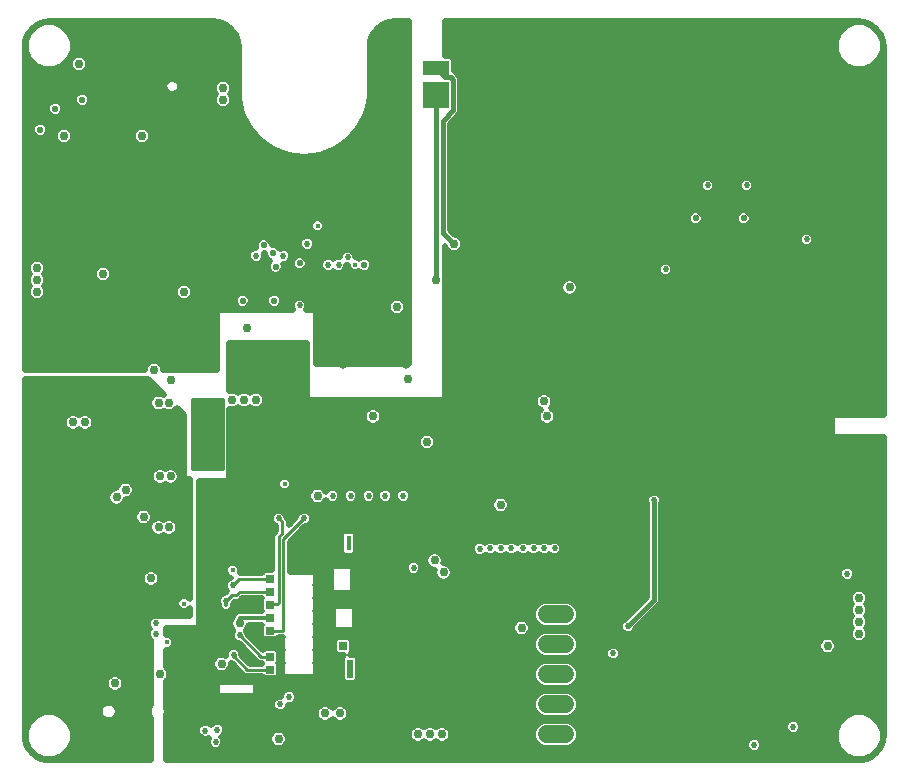
<source format=gbl>
G75*
%MOIN*%
%OFA0B0*%
%FSLAX25Y25*%
%IPPOS*%
%LPD*%
%AMOC8*
5,1,8,0,0,1.08239X$1,22.5*
%
%ADD10C,0.06000*%
%ADD11R,0.08661X0.09055*%
%ADD12R,0.08661X0.04724*%
%ADD13C,0.02067*%
%ADD14C,0.01476*%
%ADD15C,0.01200*%
%ADD16R,0.02756X0.02520*%
%ADD17R,0.05709X0.02244*%
%ADD18R,0.06496X0.02047*%
%ADD19R,0.07717X0.02244*%
%ADD20R,0.01772X0.05118*%
%ADD21R,0.02756X0.02756*%
%ADD22R,0.02165X0.06102*%
%ADD23R,0.07283X0.02244*%
%ADD24R,0.03228X0.02047*%
%ADD25R,0.04528X0.02047*%
%ADD26R,0.06693X0.03976*%
%ADD27C,0.01575*%
%ADD28C,0.02000*%
%ADD29C,0.03248*%
%ADD30C,0.01000*%
%ADD31C,0.01772*%
%ADD32C,0.01200*%
%ADD33C,0.02953*%
%ADD34C,0.02400*%
%ADD35C,0.01600*%
%ADD36C,0.02165*%
D10*
X0178050Y0012874D02*
X0184050Y0012874D01*
X0184050Y0022874D02*
X0178050Y0022874D01*
X0178050Y0032874D02*
X0184050Y0032874D01*
X0184050Y0042874D02*
X0178050Y0042874D01*
X0178050Y0052874D02*
X0184050Y0052874D01*
X0184050Y0062874D02*
X0178050Y0062874D01*
D11*
X0141050Y0226028D03*
D12*
X0141050Y0234886D03*
D13*
X0098050Y0176374D03*
X0090050Y0172374D03*
X0081050Y0172374D03*
X0095550Y0155874D03*
X0105050Y0169374D03*
X0108550Y0169374D03*
X0111550Y0171874D03*
X0112550Y0092374D03*
X0106550Y0092374D03*
X0118550Y0092374D03*
X0124050Y0092374D03*
X0130050Y0092374D03*
X0155550Y0074741D03*
X0159050Y0074874D03*
X0162550Y0074874D03*
X0166050Y0074874D03*
X0170050Y0074874D03*
X0173550Y0074874D03*
X0177050Y0074874D03*
X0180550Y0074874D03*
X0204050Y0081874D03*
X0213727Y0090874D03*
X0222050Y0081874D03*
X0209050Y0067874D03*
X0205050Y0048874D03*
X0200050Y0039874D03*
X0247050Y0009374D03*
X0260050Y0015374D03*
X0278050Y0066374D03*
X0254235Y0108689D03*
X0250298Y0108689D03*
X0250298Y0112626D03*
X0246361Y0112626D03*
X0242424Y0112626D03*
X0242424Y0116563D03*
X0246361Y0116563D03*
X0250298Y0116563D03*
X0250298Y0120500D03*
X0246361Y0120500D03*
X0242424Y0120500D03*
X0242424Y0124437D03*
X0246361Y0124437D03*
X0250298Y0124437D03*
X0250298Y0128374D03*
X0246361Y0128374D03*
X0242424Y0128374D03*
X0242424Y0132311D03*
X0246361Y0132311D03*
X0250298Y0132311D03*
X0250298Y0136248D03*
X0246361Y0136248D03*
X0242424Y0136248D03*
X0238487Y0136248D03*
X0234550Y0136248D03*
X0230613Y0136248D03*
X0230613Y0132311D03*
X0230613Y0128374D03*
X0234550Y0128374D03*
X0238487Y0128374D03*
X0238487Y0132311D03*
X0234550Y0132311D03*
X0234550Y0124437D03*
X0234550Y0120500D03*
X0230613Y0120500D03*
X0230613Y0124437D03*
X0226676Y0124437D03*
X0226676Y0120500D03*
X0222739Y0120500D03*
X0222739Y0124437D03*
X0218802Y0124437D03*
X0218802Y0120500D03*
X0218802Y0116563D03*
X0222739Y0116563D03*
X0226676Y0116563D03*
X0226676Y0112626D03*
X0222739Y0112626D03*
X0218802Y0112626D03*
X0218802Y0108689D03*
X0214865Y0108689D03*
X0214865Y0112626D03*
X0214865Y0116563D03*
X0210928Y0116563D03*
X0210928Y0112626D03*
X0206991Y0112626D03*
X0206991Y0116563D03*
X0206991Y0120500D03*
X0210928Y0120500D03*
X0214865Y0120500D03*
X0214865Y0124437D03*
X0210928Y0124437D03*
X0206991Y0124437D03*
X0206991Y0128374D03*
X0210928Y0128374D03*
X0214865Y0128374D03*
X0214865Y0132311D03*
X0210928Y0132311D03*
X0206991Y0132311D03*
X0206991Y0136248D03*
X0210928Y0136248D03*
X0214865Y0136248D03*
X0218802Y0136248D03*
X0222739Y0136248D03*
X0226676Y0136248D03*
X0226676Y0132311D03*
X0226676Y0128374D03*
X0222739Y0128374D03*
X0222739Y0132311D03*
X0218802Y0132311D03*
X0218802Y0128374D03*
X0218802Y0140185D03*
X0222739Y0140185D03*
X0226676Y0140185D03*
X0226676Y0144122D03*
X0222739Y0144122D03*
X0218802Y0144122D03*
X0214865Y0144122D03*
X0214865Y0140185D03*
X0210928Y0140185D03*
X0210928Y0144122D03*
X0206991Y0144122D03*
X0206991Y0140185D03*
X0214865Y0148059D03*
X0218802Y0148059D03*
X0226676Y0148059D03*
X0230613Y0148059D03*
X0234550Y0148059D03*
X0238487Y0148059D03*
X0238487Y0144122D03*
X0238487Y0140185D03*
X0234550Y0140185D03*
X0230613Y0140185D03*
X0230613Y0144122D03*
X0234550Y0144122D03*
X0242424Y0144122D03*
X0242424Y0140185D03*
X0246361Y0140185D03*
X0250298Y0140185D03*
X0250298Y0144122D03*
X0246361Y0144122D03*
X0242424Y0148059D03*
X0250298Y0148059D03*
X0254235Y0148059D03*
X0254235Y0144122D03*
X0254235Y0140185D03*
X0258172Y0140185D03*
X0258172Y0144122D03*
X0262109Y0144122D03*
X0262109Y0140185D03*
X0262109Y0136248D03*
X0258172Y0136248D03*
X0254235Y0136248D03*
X0254235Y0132311D03*
X0254235Y0128374D03*
X0258172Y0128374D03*
X0258172Y0132311D03*
X0262109Y0132311D03*
X0262109Y0128374D03*
X0262109Y0124437D03*
X0258172Y0124437D03*
X0254235Y0124437D03*
X0254235Y0120500D03*
X0258172Y0120500D03*
X0262109Y0120500D03*
X0262109Y0116563D03*
X0258172Y0116563D03*
X0254235Y0116563D03*
X0254235Y0112626D03*
X0258172Y0112626D03*
X0262109Y0112626D03*
X0242424Y0108689D03*
X0238487Y0108689D03*
X0234550Y0108689D03*
X0230613Y0108689D03*
X0230613Y0112626D03*
X0230613Y0116563D03*
X0234550Y0116563D03*
X0238487Y0116563D03*
X0238487Y0112626D03*
X0234550Y0112626D03*
X0238487Y0120500D03*
X0238487Y0124437D03*
X0226676Y0108689D03*
X0217550Y0167874D03*
X0231550Y0195874D03*
X0244550Y0195874D03*
X0264550Y0177874D03*
X0133550Y0068374D03*
X0097050Y0084874D03*
X0088550Y0084874D03*
X0073310Y0062610D03*
X0071050Y0057374D03*
X0075550Y0045874D03*
X0073550Y0039374D03*
X0089050Y0022874D03*
X0092050Y0025374D03*
X0068050Y0014374D03*
X0067550Y0010374D03*
X0064050Y0014107D03*
X0047550Y0046374D03*
X0047550Y0049874D03*
D14*
X0061113Y0115406D03*
X0061113Y0119343D03*
X0065050Y0119343D03*
X0068987Y0119343D03*
X0068987Y0115406D03*
X0065050Y0115406D03*
D15*
X0025790Y0069374D03*
X0022050Y0069374D03*
X0018310Y0069374D03*
D16*
X0085731Y0064705D03*
X0085731Y0060374D03*
X0085731Y0056043D03*
X0085731Y0051713D03*
X0085731Y0047382D03*
X0085731Y0043051D03*
X0085731Y0038720D03*
X0085731Y0034390D03*
D17*
X0057286Y0081693D03*
D18*
X0084648Y0081791D03*
D19*
X0110810Y0081693D03*
D20*
X0111932Y0076634D03*
D21*
X0110141Y0042264D03*
D22*
X0112404Y0034803D03*
D23*
X0111026Y0029055D03*
D24*
X0098093Y0028957D03*
D25*
X0089373Y0028957D03*
D26*
X0057778Y0029921D03*
D27*
X0115944Y0035402D03*
X0118700Y0038157D03*
X0121456Y0035402D03*
X0124211Y0038157D03*
X0126967Y0035402D03*
X0124211Y0032646D03*
X0118700Y0032646D03*
X0121456Y0040913D03*
X0124211Y0043669D03*
X0126967Y0040913D03*
X0118700Y0043669D03*
X0115944Y0040913D03*
D28*
X0006287Y0006611D02*
X0004788Y0008674D01*
X0004000Y0011099D01*
X0003900Y0012374D01*
X0003900Y0131374D01*
X0045050Y0131374D01*
X0050403Y0126021D01*
X0050307Y0125982D01*
X0050300Y0125975D01*
X0050293Y0125982D01*
X0049162Y0126450D01*
X0047938Y0126450D01*
X0046807Y0125982D01*
X0045942Y0125117D01*
X0045474Y0123986D01*
X0045474Y0122762D01*
X0045942Y0121631D01*
X0046807Y0120766D01*
X0047938Y0120298D01*
X0049162Y0120298D01*
X0050293Y0120766D01*
X0050300Y0120773D01*
X0050307Y0120766D01*
X0051438Y0120298D01*
X0052662Y0120298D01*
X0053793Y0120766D01*
X0054658Y0121631D01*
X0054697Y0121727D01*
X0057050Y0119374D01*
X0057050Y0097874D01*
X0059050Y0097874D01*
X0059050Y0057945D01*
X0058385Y0058610D01*
X0057471Y0058988D01*
X0056482Y0058988D01*
X0055568Y0058610D01*
X0054869Y0057911D01*
X0054491Y0056997D01*
X0054491Y0056008D01*
X0054869Y0055095D01*
X0055568Y0054395D01*
X0056482Y0054017D01*
X0057471Y0054017D01*
X0058385Y0054395D01*
X0059050Y0055061D01*
X0059050Y0052374D01*
X0048396Y0052374D01*
X0048074Y0052507D01*
X0047026Y0052507D01*
X0046704Y0052374D01*
X0046050Y0052374D01*
X0046050Y0052098D01*
X0045317Y0051366D01*
X0044917Y0050398D01*
X0044917Y0049350D01*
X0045317Y0048382D01*
X0045576Y0048124D01*
X0045317Y0047866D01*
X0044917Y0046898D01*
X0044917Y0045850D01*
X0045317Y0044882D01*
X0046050Y0044150D01*
X0046050Y0033670D01*
X0045974Y0033486D01*
X0045974Y0032262D01*
X0046050Y0032078D01*
X0046050Y0022562D01*
X0045695Y0022207D01*
X0045241Y0021112D01*
X0045241Y0019927D01*
X0045695Y0018833D01*
X0046050Y0018478D01*
X0046050Y0004224D01*
X0012050Y0004224D01*
X0010775Y0004324D01*
X0008350Y0005112D01*
X0006287Y0006611D01*
X0006617Y0006371D02*
X0006951Y0006371D01*
X0007603Y0005719D02*
X0010489Y0004524D01*
X0013611Y0004524D01*
X0016497Y0005719D01*
X0018705Y0007927D01*
X0019900Y0010813D01*
X0019900Y0013935D01*
X0018705Y0016821D01*
X0016497Y0019029D01*
X0013611Y0020224D01*
X0010489Y0020224D01*
X0007603Y0019029D01*
X0005395Y0016821D01*
X0004200Y0013935D01*
X0004200Y0010813D01*
X0005395Y0007927D01*
X0007603Y0005719D01*
X0010627Y0004373D02*
X0046050Y0004373D01*
X0046050Y0006371D02*
X0017149Y0006371D01*
X0018888Y0008370D02*
X0046050Y0008370D01*
X0046050Y0010368D02*
X0019716Y0010368D01*
X0019900Y0012367D02*
X0046050Y0012367D01*
X0046050Y0014365D02*
X0019722Y0014365D01*
X0018894Y0016364D02*
X0046050Y0016364D01*
X0046050Y0018362D02*
X0033935Y0018362D01*
X0033568Y0017995D02*
X0034405Y0018833D01*
X0034859Y0019927D01*
X0034859Y0021112D01*
X0034405Y0022207D01*
X0033568Y0023044D01*
X0032473Y0023498D01*
X0031288Y0023498D01*
X0030194Y0023044D01*
X0029356Y0022207D01*
X0028903Y0021112D01*
X0028903Y0019927D01*
X0029356Y0018833D01*
X0030194Y0017995D01*
X0031288Y0017542D01*
X0032473Y0017542D01*
X0033568Y0017995D01*
X0034859Y0020361D02*
X0045241Y0020361D01*
X0045847Y0022359D02*
X0034253Y0022359D01*
X0029509Y0022359D02*
X0003900Y0022359D01*
X0003900Y0020361D02*
X0028903Y0020361D01*
X0029827Y0018362D02*
X0017163Y0018362D01*
X0006937Y0018362D02*
X0003900Y0018362D01*
X0003900Y0016364D02*
X0005206Y0016364D01*
X0004378Y0014365D02*
X0003900Y0014365D01*
X0003901Y0012367D02*
X0004200Y0012367D01*
X0004238Y0010368D02*
X0004384Y0010368D01*
X0005009Y0008370D02*
X0005212Y0008370D01*
X0003900Y0024358D02*
X0046050Y0024358D01*
X0046050Y0026356D02*
X0003900Y0026356D01*
X0003900Y0028355D02*
X0031349Y0028355D01*
X0031442Y0028131D02*
X0032307Y0027266D01*
X0033438Y0026798D01*
X0034662Y0026798D01*
X0035793Y0027266D01*
X0036658Y0028131D01*
X0037126Y0029262D01*
X0037126Y0030486D01*
X0036658Y0031617D01*
X0035793Y0032482D01*
X0034662Y0032950D01*
X0033438Y0032950D01*
X0032307Y0032482D01*
X0031442Y0031617D01*
X0030974Y0030486D01*
X0030974Y0029262D01*
X0031442Y0028131D01*
X0030974Y0030353D02*
X0003900Y0030353D01*
X0003900Y0032352D02*
X0032177Y0032352D01*
X0035923Y0032352D02*
X0045974Y0032352D01*
X0046050Y0034350D02*
X0003900Y0034350D01*
X0003900Y0036349D02*
X0046050Y0036349D01*
X0046050Y0038347D02*
X0003900Y0038347D01*
X0003900Y0040346D02*
X0046050Y0040346D01*
X0046050Y0042344D02*
X0003900Y0042344D01*
X0003900Y0044343D02*
X0045857Y0044343D01*
X0044917Y0046341D02*
X0003900Y0046341D01*
X0003900Y0048340D02*
X0045360Y0048340D01*
X0044917Y0050338D02*
X0003900Y0050338D01*
X0003900Y0052337D02*
X0046050Y0052337D01*
X0051050Y0048374D02*
X0062050Y0048374D01*
X0062050Y0097374D01*
X0072050Y0097374D01*
X0072050Y0121458D01*
X0072438Y0121298D01*
X0073662Y0121298D01*
X0074793Y0121766D01*
X0075050Y0122023D01*
X0075307Y0121766D01*
X0076438Y0121298D01*
X0077662Y0121298D01*
X0078793Y0121766D01*
X0079050Y0122023D01*
X0079307Y0121766D01*
X0080438Y0121298D01*
X0081662Y0121298D01*
X0082793Y0121766D01*
X0083658Y0122631D01*
X0084126Y0123762D01*
X0084126Y0124986D01*
X0083658Y0126117D01*
X0082793Y0126982D01*
X0081662Y0127450D01*
X0080438Y0127450D01*
X0079307Y0126982D01*
X0079050Y0126725D01*
X0078793Y0126982D01*
X0077662Y0127450D01*
X0076438Y0127450D01*
X0075307Y0126982D01*
X0075050Y0126725D01*
X0074793Y0126982D01*
X0073662Y0127450D01*
X0072438Y0127450D01*
X0072050Y0127290D01*
X0072050Y0143374D01*
X0098050Y0143374D01*
X0098050Y0124374D01*
X0144050Y0124374D01*
X0144050Y0163578D01*
X0144126Y0163762D01*
X0144126Y0164986D01*
X0144050Y0165170D01*
X0144050Y0175578D01*
X0144442Y0174631D01*
X0145307Y0173766D01*
X0146438Y0173298D01*
X0147662Y0173298D01*
X0148793Y0173766D01*
X0149658Y0174631D01*
X0150126Y0175762D01*
X0150126Y0176986D01*
X0149658Y0178117D01*
X0148793Y0178982D01*
X0147662Y0179450D01*
X0147368Y0179450D01*
X0145650Y0181168D01*
X0145650Y0216395D01*
X0148815Y0219561D01*
X0149181Y0220443D01*
X0149181Y0231612D01*
X0148815Y0232495D01*
X0148140Y0233170D01*
X0147995Y0233315D01*
X0147320Y0233990D01*
X0146981Y0234130D01*
X0146981Y0237911D01*
X0146043Y0238848D01*
X0144050Y0238848D01*
X0144050Y0250524D01*
X0282050Y0250524D01*
X0283325Y0250424D01*
X0285750Y0249636D01*
X0287813Y0248137D01*
X0289312Y0246074D01*
X0290100Y0243649D01*
X0290200Y0242374D01*
X0290200Y0119374D01*
X0273050Y0119374D01*
X0273050Y0111874D01*
X0290200Y0111874D01*
X0290200Y0012374D01*
X0290100Y0011099D01*
X0289312Y0008674D01*
X0287813Y0006611D01*
X0285750Y0005112D01*
X0283325Y0004324D01*
X0282050Y0004224D01*
X0051050Y0004224D01*
X0051050Y0019572D01*
X0051197Y0019927D01*
X0051197Y0021112D01*
X0051050Y0021467D01*
X0051050Y0030523D01*
X0051658Y0031131D01*
X0052126Y0032262D01*
X0052126Y0033486D01*
X0051658Y0034617D01*
X0051050Y0035225D01*
X0051050Y0041097D01*
X0051686Y0041097D01*
X0052600Y0041475D01*
X0053299Y0042175D01*
X0053678Y0043088D01*
X0053678Y0044077D01*
X0053299Y0044991D01*
X0052600Y0045690D01*
X0051686Y0046068D01*
X0051050Y0046068D01*
X0051050Y0048374D01*
X0051050Y0048340D02*
X0072856Y0048340D01*
X0072942Y0048131D02*
X0073513Y0047561D01*
X0073317Y0047366D01*
X0072917Y0046398D01*
X0072917Y0045350D01*
X0073317Y0044382D01*
X0074058Y0043641D01*
X0075026Y0043241D01*
X0075214Y0043241D01*
X0081834Y0036620D01*
X0082931Y0036620D01*
X0082996Y0036555D01*
X0082931Y0036490D01*
X0078904Y0036490D01*
X0076183Y0039210D01*
X0076183Y0039898D01*
X0075783Y0040866D01*
X0075042Y0041607D01*
X0074074Y0042007D01*
X0073026Y0042007D01*
X0072058Y0041607D01*
X0071317Y0040866D01*
X0070917Y0039898D01*
X0070917Y0039138D01*
X0070162Y0039450D01*
X0068938Y0039450D01*
X0067807Y0038982D01*
X0066942Y0038117D01*
X0066474Y0036986D01*
X0066474Y0035762D01*
X0066942Y0034631D01*
X0067807Y0033766D01*
X0068938Y0033298D01*
X0070162Y0033298D01*
X0071293Y0033766D01*
X0072158Y0034631D01*
X0072626Y0035762D01*
X0072626Y0036533D01*
X0072639Y0036520D01*
X0072934Y0036520D01*
X0077164Y0032290D01*
X0082931Y0032290D01*
X0083690Y0031530D01*
X0087772Y0031530D01*
X0088709Y0032467D01*
X0088709Y0036312D01*
X0088466Y0036555D01*
X0088709Y0036798D01*
X0088709Y0040643D01*
X0087772Y0041580D01*
X0083690Y0041580D01*
X0083252Y0041142D01*
X0078183Y0046210D01*
X0078183Y0046398D01*
X0077783Y0047366D01*
X0077587Y0047561D01*
X0078158Y0048131D01*
X0078626Y0049262D01*
X0078626Y0049513D01*
X0082961Y0049513D01*
X0082753Y0049304D01*
X0082753Y0045459D01*
X0083690Y0044522D01*
X0087772Y0044522D01*
X0088532Y0045282D01*
X0089918Y0045282D01*
X0089990Y0045210D01*
X0089662Y0044883D01*
X0089662Y0041197D01*
X0089986Y0040874D01*
X0089664Y0040552D01*
X0089664Y0036854D01*
X0089978Y0036541D01*
X0089658Y0036221D01*
X0089658Y0032536D01*
X0090244Y0031950D01*
X0100515Y0031950D01*
X0101101Y0032536D01*
X0101101Y0036221D01*
X0100785Y0036538D01*
X0101101Y0036854D01*
X0101101Y0040552D01*
X0100779Y0040874D01*
X0101101Y0041197D01*
X0101101Y0044883D01*
X0100772Y0045212D01*
X0101101Y0045542D01*
X0101101Y0049213D01*
X0100768Y0049546D01*
X0101101Y0049879D01*
X0101101Y0053544D01*
X0100767Y0053878D01*
X0101101Y0054212D01*
X0101101Y0057875D01*
X0100766Y0058210D01*
X0101101Y0058544D01*
X0101101Y0062206D01*
X0100767Y0062540D01*
X0101101Y0062875D01*
X0101101Y0066536D01*
X0100515Y0067122D01*
X0092250Y0067122D01*
X0092250Y0077104D01*
X0097386Y0082241D01*
X0097574Y0082241D01*
X0098542Y0082641D01*
X0099283Y0083382D01*
X0099683Y0084350D01*
X0099683Y0085398D01*
X0099283Y0086366D01*
X0098542Y0087107D01*
X0097574Y0087507D01*
X0096526Y0087507D01*
X0095558Y0087107D01*
X0094817Y0086366D01*
X0094417Y0085398D01*
X0094417Y0085210D01*
X0091945Y0082739D01*
X0091945Y0084449D01*
X0091183Y0085210D01*
X0091183Y0085398D01*
X0090783Y0086366D01*
X0090042Y0087107D01*
X0089074Y0087507D01*
X0088026Y0087507D01*
X0087058Y0087107D01*
X0086317Y0086366D01*
X0085917Y0085398D01*
X0085917Y0084350D01*
X0086317Y0083382D01*
X0087058Y0082641D01*
X0087745Y0082357D01*
X0087745Y0080802D01*
X0087680Y0080737D01*
X0086450Y0079507D01*
X0086450Y0067565D01*
X0083690Y0067565D01*
X0082931Y0066805D01*
X0075601Y0066805D01*
X0075725Y0067104D01*
X0075725Y0068093D01*
X0075346Y0069007D01*
X0074647Y0069706D01*
X0073733Y0070084D01*
X0072745Y0070084D01*
X0071831Y0069706D01*
X0071132Y0069007D01*
X0070753Y0068093D01*
X0070753Y0067104D01*
X0071132Y0066190D01*
X0071831Y0065491D01*
X0072607Y0065170D01*
X0071818Y0064843D01*
X0071077Y0064102D01*
X0070676Y0063134D01*
X0070676Y0062086D01*
X0071077Y0061118D01*
X0071451Y0060745D01*
X0070817Y0060110D01*
X0070714Y0060007D01*
X0070526Y0060007D01*
X0069558Y0059607D01*
X0068817Y0058866D01*
X0068417Y0057898D01*
X0068417Y0056850D01*
X0068817Y0055882D01*
X0068850Y0055850D01*
X0068850Y0055132D01*
X0070139Y0053843D01*
X0071961Y0053843D01*
X0073250Y0055132D01*
X0073250Y0055850D01*
X0073283Y0055882D01*
X0073683Y0056850D01*
X0073683Y0057038D01*
X0073786Y0057141D01*
X0075304Y0057141D01*
X0076437Y0058274D01*
X0082931Y0058274D01*
X0082996Y0058209D01*
X0082753Y0057966D01*
X0082753Y0054121D01*
X0082961Y0053913D01*
X0074639Y0053913D01*
X0073350Y0052624D01*
X0073350Y0052025D01*
X0072942Y0051617D01*
X0072474Y0050486D01*
X0072474Y0049262D01*
X0072942Y0048131D01*
X0072917Y0046341D02*
X0051050Y0046341D01*
X0053568Y0044343D02*
X0073357Y0044343D01*
X0076110Y0042344D02*
X0053369Y0042344D01*
X0051050Y0040346D02*
X0071102Y0040346D01*
X0072626Y0036349D02*
X0073105Y0036349D01*
X0071877Y0034350D02*
X0075104Y0034350D01*
X0077102Y0032352D02*
X0052126Y0032352D01*
X0051768Y0034350D02*
X0067223Y0034350D01*
X0066474Y0036349D02*
X0051050Y0036349D01*
X0051050Y0038347D02*
X0067173Y0038347D01*
X0075998Y0040346D02*
X0078108Y0040346D01*
X0077047Y0038347D02*
X0080107Y0038347D01*
X0082050Y0042344D02*
X0089662Y0042344D01*
X0089664Y0040346D02*
X0088709Y0040346D01*
X0088709Y0038347D02*
X0089664Y0038347D01*
X0089786Y0036349D02*
X0088673Y0036349D01*
X0088709Y0034350D02*
X0089658Y0034350D01*
X0089843Y0032352D02*
X0088594Y0032352D01*
X0090558Y0027607D02*
X0089817Y0026866D01*
X0089417Y0025898D01*
X0089417Y0025507D01*
X0088526Y0025507D01*
X0087558Y0025107D01*
X0086817Y0024366D01*
X0086417Y0023398D01*
X0086417Y0022350D01*
X0086817Y0021382D01*
X0087558Y0020641D01*
X0088526Y0020241D01*
X0089574Y0020241D01*
X0090542Y0020641D01*
X0091283Y0021382D01*
X0091683Y0022350D01*
X0091683Y0022741D01*
X0092574Y0022741D01*
X0093542Y0023141D01*
X0094283Y0023882D01*
X0094683Y0024850D01*
X0094683Y0025898D01*
X0094283Y0026866D01*
X0093542Y0027607D01*
X0092574Y0028007D01*
X0091526Y0028007D01*
X0090558Y0027607D01*
X0089606Y0026356D02*
X0080990Y0026356D01*
X0081022Y0026389D02*
X0081022Y0029607D01*
X0080437Y0030193D01*
X0068688Y0030193D01*
X0068102Y0029607D01*
X0068102Y0026389D01*
X0068688Y0025803D01*
X0080437Y0025803D01*
X0081022Y0026389D01*
X0081022Y0028355D02*
X0176940Y0028355D01*
X0177135Y0028274D02*
X0175444Y0028974D01*
X0174150Y0030268D01*
X0173450Y0031959D01*
X0173450Y0033789D01*
X0174150Y0035480D01*
X0175444Y0036774D01*
X0177135Y0037474D01*
X0184965Y0037474D01*
X0186656Y0036774D01*
X0187950Y0035480D01*
X0188650Y0033789D01*
X0188650Y0031959D01*
X0187950Y0030268D01*
X0186656Y0028974D01*
X0184965Y0028274D01*
X0177135Y0028274D01*
X0177135Y0027474D02*
X0175444Y0026774D01*
X0174150Y0025480D01*
X0173450Y0023789D01*
X0173450Y0021959D01*
X0174150Y0020268D01*
X0175444Y0018974D01*
X0177135Y0018274D01*
X0184965Y0018274D01*
X0186656Y0018974D01*
X0187950Y0020268D01*
X0188650Y0021959D01*
X0188650Y0023789D01*
X0187950Y0025480D01*
X0186656Y0026774D01*
X0184965Y0027474D01*
X0177135Y0027474D01*
X0175027Y0026356D02*
X0094494Y0026356D01*
X0094479Y0024358D02*
X0173686Y0024358D01*
X0173450Y0022359D02*
X0110916Y0022359D01*
X0110793Y0022482D02*
X0109662Y0022950D01*
X0108438Y0022950D01*
X0107307Y0022482D01*
X0106550Y0021725D01*
X0105793Y0022482D01*
X0104662Y0022950D01*
X0103438Y0022950D01*
X0102307Y0022482D01*
X0101442Y0021617D01*
X0100974Y0020486D01*
X0100974Y0019262D01*
X0101442Y0018131D01*
X0102307Y0017266D01*
X0103438Y0016798D01*
X0104662Y0016798D01*
X0105793Y0017266D01*
X0106550Y0018023D01*
X0107307Y0017266D01*
X0108438Y0016798D01*
X0109662Y0016798D01*
X0110793Y0017266D01*
X0111658Y0018131D01*
X0112126Y0019262D01*
X0112126Y0020486D01*
X0111658Y0021617D01*
X0110793Y0022482D01*
X0112126Y0020361D02*
X0174112Y0020361D01*
X0176922Y0018362D02*
X0111754Y0018362D01*
X0107184Y0022359D02*
X0105916Y0022359D01*
X0102184Y0022359D02*
X0091683Y0022359D01*
X0089864Y0020361D02*
X0100974Y0020361D01*
X0101346Y0018362D02*
X0051050Y0018362D01*
X0051050Y0016364D02*
X0062615Y0016364D01*
X0062558Y0016340D02*
X0061817Y0015599D01*
X0061417Y0014631D01*
X0061417Y0013584D01*
X0061817Y0012616D01*
X0062558Y0011875D01*
X0063526Y0011474D01*
X0064574Y0011474D01*
X0065276Y0011765D01*
X0064917Y0010898D01*
X0064917Y0009850D01*
X0065317Y0008882D01*
X0066058Y0008141D01*
X0067026Y0007741D01*
X0068074Y0007741D01*
X0069042Y0008141D01*
X0069783Y0008882D01*
X0070183Y0009850D01*
X0070183Y0010898D01*
X0069783Y0011866D01*
X0069517Y0012131D01*
X0069542Y0012141D01*
X0070283Y0012882D01*
X0070683Y0013850D01*
X0070683Y0014898D01*
X0070283Y0015866D01*
X0069542Y0016607D01*
X0068574Y0017007D01*
X0067526Y0017007D01*
X0066558Y0016607D01*
X0065917Y0015965D01*
X0065542Y0016340D01*
X0064574Y0016741D01*
X0063526Y0016741D01*
X0062558Y0016340D01*
X0061417Y0014365D02*
X0051050Y0014365D01*
X0051050Y0012367D02*
X0062067Y0012367D01*
X0064917Y0010368D02*
X0051050Y0010368D01*
X0051050Y0008370D02*
X0065830Y0008370D01*
X0069270Y0008370D02*
X0087764Y0008370D01*
X0087938Y0008298D02*
X0089162Y0008298D01*
X0090293Y0008766D01*
X0091158Y0009631D01*
X0091626Y0010762D01*
X0091626Y0011986D01*
X0091158Y0013117D01*
X0090293Y0013982D01*
X0089162Y0014450D01*
X0087938Y0014450D01*
X0086807Y0013982D01*
X0085942Y0013117D01*
X0085474Y0011986D01*
X0085474Y0010762D01*
X0085942Y0009631D01*
X0086807Y0008766D01*
X0087938Y0008298D01*
X0089336Y0008370D02*
X0176904Y0008370D01*
X0177135Y0008274D02*
X0175444Y0008974D01*
X0174150Y0010268D01*
X0173450Y0011959D01*
X0173450Y0013789D01*
X0174150Y0015480D01*
X0175444Y0016774D01*
X0177135Y0017474D01*
X0184965Y0017474D01*
X0186656Y0016774D01*
X0187950Y0015480D01*
X0188650Y0013789D01*
X0188650Y0011959D01*
X0187950Y0010268D01*
X0186656Y0008974D01*
X0184965Y0008274D01*
X0177135Y0008274D01*
X0174109Y0010368D02*
X0144895Y0010368D01*
X0144793Y0010266D02*
X0145658Y0011131D01*
X0146126Y0012262D01*
X0146126Y0013486D01*
X0145658Y0014617D01*
X0144793Y0015482D01*
X0143662Y0015950D01*
X0142438Y0015950D01*
X0141307Y0015482D01*
X0141050Y0015225D01*
X0140793Y0015482D01*
X0139662Y0015950D01*
X0138438Y0015950D01*
X0137307Y0015482D01*
X0137050Y0015225D01*
X0136793Y0015482D01*
X0135662Y0015950D01*
X0134438Y0015950D01*
X0133307Y0015482D01*
X0132442Y0014617D01*
X0131974Y0013486D01*
X0131974Y0012262D01*
X0132442Y0011131D01*
X0133307Y0010266D01*
X0134438Y0009798D01*
X0135662Y0009798D01*
X0136793Y0010266D01*
X0137050Y0010523D01*
X0137307Y0010266D01*
X0138438Y0009798D01*
X0139662Y0009798D01*
X0140793Y0010266D01*
X0141050Y0010523D01*
X0141307Y0010266D01*
X0142438Y0009798D01*
X0143662Y0009798D01*
X0144793Y0010266D01*
X0146126Y0012367D02*
X0173450Y0012367D01*
X0173689Y0014365D02*
X0145762Y0014365D01*
X0141205Y0010368D02*
X0140895Y0010368D01*
X0137205Y0010368D02*
X0136895Y0010368D01*
X0133205Y0010368D02*
X0091463Y0010368D01*
X0091469Y0012367D02*
X0131974Y0012367D01*
X0132338Y0014365D02*
X0089368Y0014365D01*
X0087732Y0014365D02*
X0070683Y0014365D01*
X0069785Y0016364D02*
X0175034Y0016364D01*
X0185178Y0018362D02*
X0276937Y0018362D01*
X0277603Y0019029D02*
X0275395Y0016821D01*
X0274200Y0013935D01*
X0274200Y0010813D01*
X0275395Y0007927D01*
X0277603Y0005719D01*
X0280489Y0004524D01*
X0283611Y0004524D01*
X0286497Y0005719D01*
X0288705Y0007927D01*
X0289900Y0010813D01*
X0289900Y0013935D01*
X0288705Y0016821D01*
X0286497Y0019029D01*
X0283611Y0020224D01*
X0280489Y0020224D01*
X0277603Y0019029D01*
X0275206Y0016364D02*
X0262491Y0016364D01*
X0262683Y0015898D02*
X0262283Y0016866D01*
X0261542Y0017607D01*
X0260574Y0018007D01*
X0259526Y0018007D01*
X0258558Y0017607D01*
X0257817Y0016866D01*
X0257417Y0015898D01*
X0257417Y0014850D01*
X0257817Y0013882D01*
X0258558Y0013141D01*
X0259526Y0012741D01*
X0260574Y0012741D01*
X0261542Y0013141D01*
X0262283Y0013882D01*
X0262683Y0014850D01*
X0262683Y0015898D01*
X0262483Y0014365D02*
X0274378Y0014365D01*
X0274200Y0012367D02*
X0188650Y0012367D01*
X0188411Y0014365D02*
X0257617Y0014365D01*
X0257609Y0016364D02*
X0187066Y0016364D01*
X0187988Y0020361D02*
X0290200Y0020361D01*
X0290200Y0022359D02*
X0188650Y0022359D01*
X0188414Y0024358D02*
X0290200Y0024358D01*
X0290200Y0026356D02*
X0187073Y0026356D01*
X0185160Y0028355D02*
X0290200Y0028355D01*
X0290200Y0030353D02*
X0187985Y0030353D01*
X0188650Y0032352D02*
X0290200Y0032352D01*
X0290200Y0034350D02*
X0188418Y0034350D01*
X0187081Y0036349D02*
X0290200Y0036349D01*
X0290200Y0038347D02*
X0202247Y0038347D01*
X0202283Y0038382D02*
X0202683Y0039350D01*
X0202683Y0040398D01*
X0202283Y0041366D01*
X0201542Y0042107D01*
X0200574Y0042507D01*
X0199526Y0042507D01*
X0198558Y0042107D01*
X0197817Y0041366D01*
X0197417Y0040398D01*
X0197417Y0039350D01*
X0197817Y0038382D01*
X0198558Y0037641D01*
X0199526Y0037241D01*
X0200574Y0037241D01*
X0201542Y0037641D01*
X0202283Y0038382D01*
X0202683Y0040346D02*
X0269228Y0040346D01*
X0268942Y0040631D02*
X0269807Y0039766D01*
X0270938Y0039298D01*
X0272162Y0039298D01*
X0273293Y0039766D01*
X0274158Y0040631D01*
X0274626Y0041762D01*
X0274626Y0042986D01*
X0274158Y0044117D01*
X0273293Y0044982D01*
X0272162Y0045450D01*
X0270938Y0045450D01*
X0269807Y0044982D01*
X0268942Y0044117D01*
X0268474Y0042986D01*
X0268474Y0041762D01*
X0268942Y0040631D01*
X0268474Y0042344D02*
X0200968Y0042344D01*
X0199132Y0042344D02*
X0188650Y0042344D01*
X0188650Y0041959D02*
X0188650Y0043789D01*
X0187950Y0045480D01*
X0186656Y0046774D01*
X0184965Y0047474D01*
X0177135Y0047474D01*
X0175444Y0046774D01*
X0174150Y0045480D01*
X0173450Y0043789D01*
X0173450Y0041959D01*
X0174150Y0040268D01*
X0175444Y0038974D01*
X0177135Y0038274D01*
X0184965Y0038274D01*
X0186656Y0038974D01*
X0187950Y0040268D01*
X0188650Y0041959D01*
X0187982Y0040346D02*
X0197417Y0040346D01*
X0197853Y0038347D02*
X0185142Y0038347D01*
X0188421Y0044343D02*
X0269168Y0044343D01*
X0273932Y0044343D02*
X0279731Y0044343D01*
X0279442Y0044631D02*
X0280307Y0043766D01*
X0281438Y0043298D01*
X0282662Y0043298D01*
X0283793Y0043766D01*
X0284658Y0044631D01*
X0285126Y0045762D01*
X0285126Y0046986D01*
X0284658Y0048117D01*
X0284401Y0048374D01*
X0284658Y0048631D01*
X0285126Y0049762D01*
X0285126Y0050986D01*
X0284658Y0052117D01*
X0284401Y0052374D01*
X0284658Y0052631D01*
X0285126Y0053762D01*
X0285126Y0054986D01*
X0284658Y0056117D01*
X0284401Y0056374D01*
X0284658Y0056631D01*
X0285126Y0057762D01*
X0285126Y0058986D01*
X0284658Y0060117D01*
X0283793Y0060982D01*
X0282662Y0061450D01*
X0281438Y0061450D01*
X0280307Y0060982D01*
X0279442Y0060117D01*
X0278974Y0058986D01*
X0278974Y0057762D01*
X0279442Y0056631D01*
X0279699Y0056374D01*
X0279442Y0056117D01*
X0278974Y0054986D01*
X0278974Y0053762D01*
X0279442Y0052631D01*
X0279699Y0052374D01*
X0279442Y0052117D01*
X0278974Y0050986D01*
X0278974Y0049762D01*
X0279442Y0048631D01*
X0279699Y0048374D01*
X0279442Y0048117D01*
X0278974Y0046986D01*
X0278974Y0045762D01*
X0279442Y0044631D01*
X0278974Y0046341D02*
X0205817Y0046341D01*
X0205574Y0046241D02*
X0206542Y0046641D01*
X0207283Y0047382D01*
X0207516Y0047946D01*
X0215762Y0056192D01*
X0216127Y0057074D01*
X0216127Y0089787D01*
X0216361Y0090350D01*
X0216361Y0091398D01*
X0215960Y0092366D01*
X0215219Y0093107D01*
X0214251Y0093507D01*
X0213203Y0093507D01*
X0212235Y0093107D01*
X0211495Y0092366D01*
X0211094Y0091398D01*
X0211094Y0090350D01*
X0211327Y0089787D01*
X0211327Y0058545D01*
X0204122Y0051340D01*
X0203558Y0051107D01*
X0202817Y0050366D01*
X0202417Y0049398D01*
X0202417Y0048350D01*
X0202817Y0047382D01*
X0203558Y0046641D01*
X0204526Y0046241D01*
X0205574Y0046241D01*
X0204283Y0046341D02*
X0187088Y0046341D01*
X0186656Y0048974D02*
X0187950Y0050268D01*
X0188650Y0051959D01*
X0188650Y0053789D01*
X0187950Y0055480D01*
X0186656Y0056774D01*
X0184965Y0057474D01*
X0177135Y0057474D01*
X0175444Y0056774D01*
X0174150Y0055480D01*
X0173450Y0053789D01*
X0173450Y0051959D01*
X0174150Y0050268D01*
X0175444Y0048974D01*
X0177135Y0048274D01*
X0184965Y0048274D01*
X0186656Y0048974D01*
X0185124Y0048340D02*
X0202421Y0048340D01*
X0202806Y0050338D02*
X0187979Y0050338D01*
X0188650Y0052337D02*
X0205119Y0052337D01*
X0207117Y0054335D02*
X0188424Y0054335D01*
X0187096Y0056334D02*
X0209116Y0056334D01*
X0211114Y0058332D02*
X0100889Y0058332D01*
X0101101Y0056334D02*
X0175004Y0056334D01*
X0173676Y0054335D02*
X0114093Y0054335D01*
X0114093Y0055040D02*
X0113508Y0055626D01*
X0107191Y0055626D01*
X0106606Y0055040D01*
X0106606Y0048102D01*
X0107191Y0047516D01*
X0113508Y0047516D01*
X0114093Y0048102D01*
X0114093Y0055040D01*
X0114093Y0052337D02*
X0173450Y0052337D01*
X0174121Y0050338D02*
X0171936Y0050338D01*
X0172158Y0050117D02*
X0171293Y0050982D01*
X0170162Y0051450D01*
X0168938Y0051450D01*
X0167807Y0050982D01*
X0166942Y0050117D01*
X0166474Y0048986D01*
X0166474Y0047762D01*
X0166942Y0046631D01*
X0167807Y0045766D01*
X0168938Y0045298D01*
X0170162Y0045298D01*
X0171293Y0045766D01*
X0172158Y0046631D01*
X0172626Y0047762D01*
X0172626Y0048986D01*
X0172158Y0050117D01*
X0172626Y0048340D02*
X0176976Y0048340D01*
X0175012Y0046341D02*
X0171868Y0046341D01*
X0173679Y0044343D02*
X0113080Y0044343D01*
X0113118Y0044304D02*
X0112181Y0045242D01*
X0108100Y0045242D01*
X0107163Y0044304D01*
X0107163Y0040223D01*
X0108100Y0039286D01*
X0110490Y0039286D01*
X0109722Y0038517D01*
X0109722Y0031089D01*
X0110659Y0030152D01*
X0114150Y0030152D01*
X0115087Y0031089D01*
X0115087Y0038517D01*
X0114150Y0039454D01*
X0112350Y0039454D01*
X0113118Y0040223D01*
X0113118Y0044304D01*
X0113118Y0042344D02*
X0173450Y0042344D01*
X0174118Y0040346D02*
X0113118Y0040346D01*
X0115087Y0038347D02*
X0176958Y0038347D01*
X0175019Y0036349D02*
X0115087Y0036349D01*
X0115087Y0034350D02*
X0173682Y0034350D01*
X0173450Y0032352D02*
X0115087Y0032352D01*
X0114351Y0030353D02*
X0174115Y0030353D01*
X0167232Y0046341D02*
X0101101Y0046341D01*
X0101101Y0044343D02*
X0107201Y0044343D01*
X0107163Y0042344D02*
X0101101Y0042344D01*
X0101101Y0040346D02*
X0107163Y0040346D01*
X0109722Y0038347D02*
X0101101Y0038347D01*
X0100974Y0036349D02*
X0109722Y0036349D01*
X0109722Y0034350D02*
X0101101Y0034350D01*
X0100917Y0032352D02*
X0109722Y0032352D01*
X0110458Y0030353D02*
X0051050Y0030353D01*
X0051050Y0028355D02*
X0068102Y0028355D01*
X0068135Y0026356D02*
X0051050Y0026356D01*
X0051050Y0024358D02*
X0086814Y0024358D01*
X0086417Y0022359D02*
X0051050Y0022359D01*
X0051197Y0020361D02*
X0088236Y0020361D01*
X0085631Y0012367D02*
X0069767Y0012367D01*
X0070183Y0010368D02*
X0085637Y0010368D01*
X0066315Y0016364D02*
X0065485Y0016364D01*
X0051050Y0006371D02*
X0276951Y0006371D01*
X0275212Y0008370D02*
X0249484Y0008370D01*
X0249683Y0008850D02*
X0249283Y0007882D01*
X0248542Y0007141D01*
X0247574Y0006741D01*
X0246526Y0006741D01*
X0245558Y0007141D01*
X0244817Y0007882D01*
X0244417Y0008850D01*
X0244417Y0009898D01*
X0244817Y0010866D01*
X0245558Y0011607D01*
X0246526Y0012007D01*
X0247574Y0012007D01*
X0248542Y0011607D01*
X0249283Y0010866D01*
X0249683Y0009898D01*
X0249683Y0008850D01*
X0249489Y0010368D02*
X0274384Y0010368D01*
X0283473Y0004373D02*
X0051050Y0004373D01*
X0046050Y0028355D02*
X0036751Y0028355D01*
X0037126Y0030353D02*
X0046050Y0030353D01*
X0062050Y0050338D02*
X0072474Y0050338D01*
X0073350Y0052337D02*
X0062050Y0052337D01*
X0062050Y0054335D02*
X0069647Y0054335D01*
X0068630Y0056334D02*
X0062050Y0056334D01*
X0062050Y0058332D02*
X0068597Y0058332D01*
X0071037Y0060331D02*
X0062050Y0060331D01*
X0062050Y0062329D02*
X0070676Y0062329D01*
X0071303Y0064328D02*
X0062050Y0064328D01*
X0062050Y0066326D02*
X0071075Y0066326D01*
X0070849Y0068325D02*
X0062050Y0068325D01*
X0062050Y0070323D02*
X0086450Y0070323D01*
X0086450Y0068325D02*
X0075629Y0068325D01*
X0086450Y0072322D02*
X0062050Y0072322D01*
X0062050Y0074320D02*
X0086450Y0074320D01*
X0086450Y0076319D02*
X0062050Y0076319D01*
X0062050Y0078317D02*
X0086450Y0078317D01*
X0087259Y0080316D02*
X0062050Y0080316D01*
X0062050Y0082314D02*
X0087745Y0082314D01*
X0085932Y0084313D02*
X0062050Y0084313D01*
X0062050Y0086311D02*
X0086295Y0086311D01*
X0090805Y0086311D02*
X0094795Y0086311D01*
X0093519Y0084313D02*
X0091945Y0084313D01*
X0095462Y0080316D02*
X0109906Y0080316D01*
X0109446Y0079856D02*
X0109446Y0073412D01*
X0110383Y0072475D01*
X0113480Y0072475D01*
X0114418Y0073412D01*
X0114418Y0079856D01*
X0113480Y0080793D01*
X0110383Y0080793D01*
X0109446Y0079856D01*
X0109446Y0078317D02*
X0093463Y0078317D01*
X0092250Y0076319D02*
X0109446Y0076319D01*
X0109446Y0074320D02*
X0092250Y0074320D01*
X0092250Y0072322D02*
X0137820Y0072322D01*
X0137942Y0072617D02*
X0137474Y0071486D01*
X0137474Y0070262D01*
X0137942Y0069131D01*
X0138807Y0068266D01*
X0139938Y0067798D01*
X0140603Y0067798D01*
X0140474Y0067486D01*
X0140474Y0066262D01*
X0140942Y0065131D01*
X0141807Y0064266D01*
X0142938Y0063798D01*
X0144162Y0063798D01*
X0145293Y0064266D01*
X0146158Y0065131D01*
X0146626Y0066262D01*
X0146626Y0067486D01*
X0146158Y0068617D01*
X0145293Y0069482D01*
X0144162Y0069950D01*
X0143497Y0069950D01*
X0143626Y0070262D01*
X0143626Y0071486D01*
X0143158Y0072617D01*
X0142293Y0073482D01*
X0141162Y0073950D01*
X0139938Y0073950D01*
X0138807Y0073482D01*
X0137942Y0072617D01*
X0137474Y0070323D02*
X0135325Y0070323D01*
X0135042Y0070607D02*
X0134074Y0071007D01*
X0133026Y0071007D01*
X0132058Y0070607D01*
X0131317Y0069866D01*
X0130917Y0068898D01*
X0130917Y0067850D01*
X0131317Y0066882D01*
X0132058Y0066141D01*
X0133026Y0065741D01*
X0134074Y0065741D01*
X0135042Y0066141D01*
X0135783Y0066882D01*
X0136183Y0067850D01*
X0136183Y0068898D01*
X0135783Y0069866D01*
X0135042Y0070607D01*
X0136183Y0068325D02*
X0138748Y0068325D01*
X0140474Y0066326D02*
X0135227Y0066326D01*
X0131873Y0066326D02*
X0113385Y0066326D01*
X0113385Y0064328D02*
X0141745Y0064328D01*
X0145355Y0064328D02*
X0211327Y0064328D01*
X0211327Y0066326D02*
X0146626Y0066326D01*
X0146279Y0068325D02*
X0211327Y0068325D01*
X0211327Y0070323D02*
X0143626Y0070323D01*
X0143280Y0072322D02*
X0154508Y0072322D01*
X0154058Y0072508D02*
X0155026Y0072107D01*
X0156074Y0072107D01*
X0157042Y0072508D01*
X0157367Y0072833D01*
X0157558Y0072641D01*
X0158526Y0072241D01*
X0159574Y0072241D01*
X0160542Y0072641D01*
X0160800Y0072900D01*
X0161058Y0072641D01*
X0162026Y0072241D01*
X0163074Y0072241D01*
X0164042Y0072641D01*
X0164300Y0072900D01*
X0164558Y0072641D01*
X0165526Y0072241D01*
X0166574Y0072241D01*
X0167542Y0072641D01*
X0168050Y0073150D01*
X0168558Y0072641D01*
X0169526Y0072241D01*
X0170574Y0072241D01*
X0171542Y0072641D01*
X0171800Y0072900D01*
X0172058Y0072641D01*
X0173026Y0072241D01*
X0174074Y0072241D01*
X0175042Y0072641D01*
X0175300Y0072900D01*
X0175558Y0072641D01*
X0176526Y0072241D01*
X0177574Y0072241D01*
X0178542Y0072641D01*
X0178800Y0072900D01*
X0179058Y0072641D01*
X0180026Y0072241D01*
X0181074Y0072241D01*
X0182042Y0072641D01*
X0182783Y0073382D01*
X0183183Y0074350D01*
X0183183Y0075398D01*
X0182783Y0076366D01*
X0182042Y0077107D01*
X0181074Y0077507D01*
X0180026Y0077507D01*
X0179058Y0077107D01*
X0178800Y0076848D01*
X0178542Y0077107D01*
X0177574Y0077507D01*
X0176526Y0077507D01*
X0175558Y0077107D01*
X0175300Y0076848D01*
X0175042Y0077107D01*
X0174074Y0077507D01*
X0173026Y0077507D01*
X0172058Y0077107D01*
X0171800Y0076848D01*
X0171542Y0077107D01*
X0170574Y0077507D01*
X0169526Y0077507D01*
X0168558Y0077107D01*
X0168050Y0076598D01*
X0167542Y0077107D01*
X0166574Y0077507D01*
X0165526Y0077507D01*
X0164558Y0077107D01*
X0164300Y0076848D01*
X0164042Y0077107D01*
X0163074Y0077507D01*
X0162026Y0077507D01*
X0161058Y0077107D01*
X0160800Y0076848D01*
X0160542Y0077107D01*
X0159574Y0077507D01*
X0158526Y0077507D01*
X0157558Y0077107D01*
X0157233Y0076782D01*
X0157042Y0076973D01*
X0156074Y0077374D01*
X0155026Y0077374D01*
X0154058Y0076973D01*
X0153317Y0076232D01*
X0152917Y0075264D01*
X0152917Y0074217D01*
X0153317Y0073249D01*
X0154058Y0072508D01*
X0152917Y0074320D02*
X0114418Y0074320D01*
X0114418Y0076319D02*
X0153404Y0076319D01*
X0156592Y0072322D02*
X0158330Y0072322D01*
X0159770Y0072322D02*
X0161830Y0072322D01*
X0163270Y0072322D02*
X0165330Y0072322D01*
X0166770Y0072322D02*
X0169330Y0072322D01*
X0170770Y0072322D02*
X0172830Y0072322D01*
X0174270Y0072322D02*
X0176330Y0072322D01*
X0177770Y0072322D02*
X0179830Y0072322D01*
X0181270Y0072322D02*
X0211327Y0072322D01*
X0211327Y0074320D02*
X0183171Y0074320D01*
X0182802Y0076319D02*
X0211327Y0076319D01*
X0211327Y0078317D02*
X0114418Y0078317D01*
X0113957Y0080316D02*
X0211327Y0080316D01*
X0211327Y0082314D02*
X0097752Y0082314D01*
X0099668Y0084313D02*
X0211327Y0084313D01*
X0211327Y0086311D02*
X0163195Y0086311D01*
X0163162Y0086298D02*
X0164293Y0086766D01*
X0165158Y0087631D01*
X0165626Y0088762D01*
X0165626Y0089986D01*
X0165158Y0091117D01*
X0164293Y0091982D01*
X0163162Y0092450D01*
X0161938Y0092450D01*
X0160807Y0091982D01*
X0159942Y0091117D01*
X0159474Y0089986D01*
X0159474Y0088762D01*
X0159942Y0087631D01*
X0160807Y0086766D01*
X0161938Y0086298D01*
X0163162Y0086298D01*
X0161905Y0086311D02*
X0099305Y0086311D01*
X0100938Y0089298D02*
X0099807Y0089766D01*
X0098942Y0090631D01*
X0098474Y0091762D01*
X0098474Y0092986D01*
X0098942Y0094117D01*
X0099807Y0094982D01*
X0100938Y0095450D01*
X0102162Y0095450D01*
X0103293Y0094982D01*
X0104158Y0094117D01*
X0104290Y0093799D01*
X0104317Y0093866D01*
X0105058Y0094607D01*
X0106026Y0095007D01*
X0107074Y0095007D01*
X0108042Y0094607D01*
X0108783Y0093866D01*
X0109183Y0092898D01*
X0109183Y0091850D01*
X0108783Y0090882D01*
X0108042Y0090141D01*
X0107074Y0089741D01*
X0106026Y0089741D01*
X0105058Y0090141D01*
X0104317Y0090882D01*
X0104290Y0090949D01*
X0104158Y0090631D01*
X0103293Y0089766D01*
X0102162Y0089298D01*
X0100938Y0089298D01*
X0099265Y0090309D02*
X0062050Y0090309D01*
X0062050Y0092307D02*
X0098474Y0092307D01*
X0099131Y0094306D02*
X0092044Y0094306D01*
X0091970Y0094231D02*
X0092669Y0094930D01*
X0093048Y0095844D01*
X0093048Y0096833D01*
X0092669Y0097747D01*
X0091970Y0098446D01*
X0091056Y0098824D01*
X0090067Y0098824D01*
X0089154Y0098446D01*
X0088454Y0097747D01*
X0088076Y0096833D01*
X0088076Y0095844D01*
X0088454Y0094930D01*
X0089154Y0094231D01*
X0090067Y0093853D01*
X0091056Y0093853D01*
X0091970Y0094231D01*
X0093048Y0096304D02*
X0290200Y0096304D01*
X0290200Y0094306D02*
X0131843Y0094306D01*
X0131542Y0094607D02*
X0130574Y0095007D01*
X0129526Y0095007D01*
X0128558Y0094607D01*
X0127817Y0093866D01*
X0127417Y0092898D01*
X0127417Y0091850D01*
X0127817Y0090882D01*
X0128558Y0090141D01*
X0129526Y0089741D01*
X0130574Y0089741D01*
X0131542Y0090141D01*
X0132283Y0090882D01*
X0132683Y0091850D01*
X0132683Y0092898D01*
X0132283Y0093866D01*
X0131542Y0094607D01*
X0132683Y0092307D02*
X0161592Y0092307D01*
X0163508Y0092307D02*
X0211470Y0092307D01*
X0211111Y0090309D02*
X0165493Y0090309D01*
X0165439Y0088310D02*
X0211327Y0088310D01*
X0216127Y0088310D02*
X0290200Y0088310D01*
X0290200Y0086311D02*
X0216127Y0086311D01*
X0216127Y0084313D02*
X0290200Y0084313D01*
X0290200Y0082314D02*
X0216127Y0082314D01*
X0216127Y0080316D02*
X0290200Y0080316D01*
X0290200Y0078317D02*
X0216127Y0078317D01*
X0216127Y0076319D02*
X0290200Y0076319D01*
X0290200Y0074320D02*
X0216127Y0074320D01*
X0216127Y0072322D02*
X0290200Y0072322D01*
X0290200Y0070323D02*
X0216127Y0070323D01*
X0216127Y0068325D02*
X0276277Y0068325D01*
X0276558Y0068607D02*
X0275817Y0067866D01*
X0275417Y0066898D01*
X0275417Y0065850D01*
X0275817Y0064882D01*
X0276558Y0064141D01*
X0277526Y0063741D01*
X0278574Y0063741D01*
X0279542Y0064141D01*
X0280283Y0064882D01*
X0280683Y0065850D01*
X0280683Y0066898D01*
X0280283Y0067866D01*
X0279542Y0068607D01*
X0278574Y0069007D01*
X0277526Y0069007D01*
X0276558Y0068607D01*
X0275417Y0066326D02*
X0216127Y0066326D01*
X0216127Y0064328D02*
X0276372Y0064328D01*
X0279728Y0064328D02*
X0290200Y0064328D01*
X0290200Y0066326D02*
X0280683Y0066326D01*
X0279823Y0068325D02*
X0290200Y0068325D01*
X0290200Y0062329D02*
X0216127Y0062329D01*
X0216127Y0060331D02*
X0279656Y0060331D01*
X0278974Y0058332D02*
X0216127Y0058332D01*
X0215821Y0056334D02*
X0279659Y0056334D01*
X0278974Y0054335D02*
X0213905Y0054335D01*
X0211907Y0052337D02*
X0279662Y0052337D01*
X0278974Y0050338D02*
X0209908Y0050338D01*
X0207910Y0048340D02*
X0279665Y0048340D01*
X0284435Y0048340D02*
X0290200Y0048340D01*
X0290200Y0050338D02*
X0285126Y0050338D01*
X0284438Y0052337D02*
X0290200Y0052337D01*
X0290200Y0054335D02*
X0285126Y0054335D01*
X0284441Y0056334D02*
X0290200Y0056334D01*
X0290200Y0058332D02*
X0285126Y0058332D01*
X0284444Y0060331D02*
X0290200Y0060331D01*
X0290200Y0046341D02*
X0285126Y0046341D01*
X0284369Y0044343D02*
X0290200Y0044343D01*
X0290200Y0042344D02*
X0274626Y0042344D01*
X0273872Y0040346D02*
X0290200Y0040346D01*
X0290200Y0018362D02*
X0287163Y0018362D01*
X0288894Y0016364D02*
X0290200Y0016364D01*
X0290200Y0014365D02*
X0289722Y0014365D01*
X0289900Y0012367D02*
X0290199Y0012367D01*
X0289862Y0010368D02*
X0289716Y0010368D01*
X0289091Y0008370D02*
X0288888Y0008370D01*
X0287483Y0006371D02*
X0287149Y0006371D01*
X0244616Y0008370D02*
X0185196Y0008370D01*
X0187991Y0010368D02*
X0244611Y0010368D01*
X0211327Y0060331D02*
X0113038Y0060331D01*
X0112799Y0060092D02*
X0113385Y0060678D01*
X0113385Y0068583D01*
X0112799Y0069169D01*
X0106495Y0069169D01*
X0105909Y0068583D01*
X0105909Y0060678D01*
X0106495Y0060092D01*
X0112799Y0060092D01*
X0113385Y0062329D02*
X0211327Y0062329D01*
X0216343Y0090309D02*
X0290200Y0090309D01*
X0290200Y0092307D02*
X0215984Y0092307D01*
X0180658Y0117131D02*
X0181126Y0118262D01*
X0181126Y0119486D01*
X0180658Y0120617D01*
X0179793Y0121482D01*
X0179238Y0121712D01*
X0179658Y0122131D01*
X0180126Y0123262D01*
X0180126Y0124486D01*
X0179658Y0125617D01*
X0178793Y0126482D01*
X0177662Y0126950D01*
X0176438Y0126950D01*
X0175307Y0126482D01*
X0174442Y0125617D01*
X0173974Y0124486D01*
X0173974Y0123262D01*
X0174442Y0122131D01*
X0175307Y0121266D01*
X0175862Y0121036D01*
X0175442Y0120617D01*
X0174974Y0119486D01*
X0174974Y0118262D01*
X0175442Y0117131D01*
X0176307Y0116266D01*
X0177438Y0115798D01*
X0178662Y0115798D01*
X0179793Y0116266D01*
X0180658Y0117131D01*
X0179816Y0116289D02*
X0273050Y0116289D01*
X0273050Y0114291D02*
X0072050Y0114291D01*
X0072050Y0116289D02*
X0118284Y0116289D01*
X0118307Y0116266D02*
X0119438Y0115798D01*
X0120662Y0115798D01*
X0121793Y0116266D01*
X0122658Y0117131D01*
X0123126Y0118262D01*
X0123126Y0119486D01*
X0122658Y0120617D01*
X0121793Y0121482D01*
X0120662Y0121950D01*
X0119438Y0121950D01*
X0118307Y0121482D01*
X0117442Y0120617D01*
X0116974Y0119486D01*
X0116974Y0118262D01*
X0117442Y0117131D01*
X0118307Y0116266D01*
X0116974Y0118288D02*
X0072050Y0118288D01*
X0072050Y0120286D02*
X0117305Y0120286D01*
X0122795Y0120286D02*
X0175305Y0120286D01*
X0174974Y0118288D02*
X0123126Y0118288D01*
X0121816Y0116289D02*
X0176284Y0116289D01*
X0181126Y0118288D02*
X0273050Y0118288D01*
X0273050Y0112292D02*
X0140483Y0112292D01*
X0140658Y0112117D02*
X0139793Y0112982D01*
X0138662Y0113450D01*
X0137438Y0113450D01*
X0136307Y0112982D01*
X0135442Y0112117D01*
X0134974Y0110986D01*
X0134974Y0109762D01*
X0135442Y0108631D01*
X0136307Y0107766D01*
X0137438Y0107298D01*
X0138662Y0107298D01*
X0139793Y0107766D01*
X0140658Y0108631D01*
X0141126Y0109762D01*
X0141126Y0110986D01*
X0140658Y0112117D01*
X0141126Y0110294D02*
X0290200Y0110294D01*
X0290200Y0108295D02*
X0140322Y0108295D01*
X0135778Y0108295D02*
X0072050Y0108295D01*
X0072050Y0106297D02*
X0290200Y0106297D01*
X0290200Y0104298D02*
X0072050Y0104298D01*
X0072050Y0102300D02*
X0290200Y0102300D01*
X0290200Y0100301D02*
X0072050Y0100301D01*
X0072050Y0098303D02*
X0089010Y0098303D01*
X0088076Y0096304D02*
X0062050Y0096304D01*
X0062050Y0094306D02*
X0089079Y0094306D01*
X0092113Y0098303D02*
X0290200Y0098303D01*
X0290200Y0120286D02*
X0180795Y0120286D01*
X0179722Y0122285D02*
X0290200Y0122285D01*
X0290200Y0124283D02*
X0180126Y0124283D01*
X0178993Y0126282D02*
X0290200Y0126282D01*
X0290200Y0128280D02*
X0144050Y0128280D01*
X0144050Y0126282D02*
X0175107Y0126282D01*
X0173974Y0124283D02*
X0084126Y0124283D01*
X0083493Y0126282D02*
X0098050Y0126282D01*
X0098050Y0128280D02*
X0072050Y0128280D01*
X0072050Y0130279D02*
X0098050Y0130279D01*
X0098050Y0132277D02*
X0072050Y0132277D01*
X0072050Y0134276D02*
X0098050Y0134276D01*
X0098050Y0136274D02*
X0072050Y0136274D01*
X0072050Y0138273D02*
X0098050Y0138273D01*
X0098050Y0140271D02*
X0072050Y0140271D01*
X0072050Y0142270D02*
X0098050Y0142270D01*
X0101050Y0142270D02*
X0132050Y0142270D01*
X0132050Y0144268D02*
X0101050Y0144268D01*
X0101050Y0146267D02*
X0132050Y0146267D01*
X0132050Y0148265D02*
X0101050Y0148265D01*
X0101050Y0150264D02*
X0132050Y0150264D01*
X0132050Y0152262D02*
X0101050Y0152262D01*
X0101050Y0154261D02*
X0125181Y0154261D01*
X0124974Y0154762D02*
X0125442Y0153631D01*
X0126307Y0152766D01*
X0127438Y0152298D01*
X0128662Y0152298D01*
X0129793Y0152766D01*
X0130658Y0153631D01*
X0131126Y0154762D01*
X0131126Y0155986D01*
X0130658Y0157117D01*
X0129793Y0157982D01*
X0128662Y0158450D01*
X0127438Y0158450D01*
X0126307Y0157982D01*
X0125442Y0157117D01*
X0124974Y0155986D01*
X0124974Y0154762D01*
X0125087Y0156259D02*
X0098183Y0156259D01*
X0098183Y0156398D02*
X0097783Y0157366D01*
X0097042Y0158107D01*
X0096074Y0158507D01*
X0095026Y0158507D01*
X0094058Y0158107D01*
X0093317Y0157366D01*
X0092917Y0156398D01*
X0092917Y0155350D01*
X0093317Y0154382D01*
X0093326Y0154374D01*
X0068050Y0154374D01*
X0068050Y0134374D01*
X0050126Y0134374D01*
X0050126Y0134986D01*
X0049658Y0136117D01*
X0048793Y0136982D01*
X0047662Y0137450D01*
X0046438Y0137450D01*
X0045307Y0136982D01*
X0044442Y0136117D01*
X0043974Y0134986D01*
X0043974Y0134374D01*
X0003900Y0134374D01*
X0003900Y0242374D01*
X0004000Y0243649D01*
X0004788Y0246074D01*
X0006287Y0248137D01*
X0008350Y0249636D01*
X0010775Y0250424D01*
X0012050Y0250524D01*
X0067050Y0250524D01*
X0068325Y0250424D01*
X0070750Y0249636D01*
X0072813Y0248137D01*
X0074312Y0246074D01*
X0075100Y0243649D01*
X0075200Y0242374D01*
X0075200Y0224721D01*
X0076470Y0219569D01*
X0078936Y0214871D01*
X0078936Y0214871D01*
X0082454Y0210899D01*
X0082454Y0210899D01*
X0082454Y0210899D01*
X0086821Y0207885D01*
X0086821Y0207885D01*
X0091783Y0206003D01*
X0097050Y0205364D01*
X0102317Y0206003D01*
X0102317Y0206003D01*
X0107279Y0207885D01*
X0111646Y0210899D01*
X0115164Y0214871D01*
X0117630Y0219569D01*
X0118900Y0224721D01*
X0118900Y0242374D01*
X0119000Y0243649D01*
X0119788Y0246074D01*
X0121287Y0248137D01*
X0123350Y0249636D01*
X0125775Y0250424D01*
X0127050Y0250524D01*
X0132050Y0250524D01*
X0132050Y0136374D01*
X0101050Y0136374D01*
X0101050Y0154374D01*
X0097774Y0154374D01*
X0097783Y0154382D01*
X0098183Y0155350D01*
X0098183Y0156398D01*
X0096676Y0158258D02*
X0126973Y0158258D01*
X0129127Y0158258D02*
X0132050Y0158258D01*
X0132050Y0160256D02*
X0060126Y0160256D01*
X0060126Y0159762D02*
X0059658Y0158631D01*
X0058793Y0157766D01*
X0057662Y0157298D01*
X0056438Y0157298D01*
X0055307Y0157766D01*
X0054442Y0158631D01*
X0053974Y0159762D01*
X0053974Y0160986D01*
X0054442Y0162117D01*
X0055307Y0162982D01*
X0056438Y0163450D01*
X0057662Y0163450D01*
X0058793Y0162982D01*
X0059658Y0162117D01*
X0060126Y0160986D01*
X0060126Y0159762D01*
X0059285Y0158258D02*
X0074012Y0158258D01*
X0073867Y0157908D02*
X0074276Y0158894D01*
X0075030Y0159648D01*
X0076016Y0160057D01*
X0077084Y0160057D01*
X0078070Y0159648D01*
X0078824Y0158894D01*
X0079233Y0157908D01*
X0079233Y0156840D01*
X0078824Y0155854D01*
X0078070Y0155100D01*
X0077084Y0154691D01*
X0076016Y0154691D01*
X0075030Y0155100D01*
X0074276Y0155854D01*
X0073867Y0156840D01*
X0073867Y0157908D01*
X0074108Y0156259D02*
X0003900Y0156259D01*
X0003900Y0154261D02*
X0068050Y0154261D01*
X0068050Y0152262D02*
X0003900Y0152262D01*
X0003900Y0150264D02*
X0068050Y0150264D01*
X0068050Y0148265D02*
X0003900Y0148265D01*
X0003900Y0146267D02*
X0068050Y0146267D01*
X0068050Y0144268D02*
X0003900Y0144268D01*
X0003900Y0142270D02*
X0068050Y0142270D01*
X0068050Y0140271D02*
X0003900Y0140271D01*
X0003900Y0138273D02*
X0068050Y0138273D01*
X0068050Y0136274D02*
X0049500Y0136274D01*
X0044600Y0136274D02*
X0003900Y0136274D01*
X0003900Y0130279D02*
X0046145Y0130279D01*
X0048144Y0128280D02*
X0003900Y0128280D01*
X0003900Y0126282D02*
X0047531Y0126282D01*
X0049569Y0126282D02*
X0050142Y0126282D01*
X0045597Y0124283D02*
X0003900Y0124283D01*
X0003900Y0122285D02*
X0045671Y0122285D01*
X0056138Y0120286D02*
X0003900Y0120286D01*
X0003900Y0118288D02*
X0017306Y0118288D01*
X0017442Y0118617D02*
X0016974Y0117486D01*
X0016974Y0116262D01*
X0017442Y0115131D01*
X0018307Y0114266D01*
X0019438Y0113798D01*
X0020662Y0113798D01*
X0021793Y0114266D01*
X0022050Y0114523D01*
X0022307Y0114266D01*
X0023438Y0113798D01*
X0024662Y0113798D01*
X0025793Y0114266D01*
X0026658Y0115131D01*
X0027126Y0116262D01*
X0027126Y0117486D01*
X0026658Y0118617D01*
X0025793Y0119482D01*
X0024662Y0119950D01*
X0023438Y0119950D01*
X0022307Y0119482D01*
X0022050Y0119225D01*
X0021793Y0119482D01*
X0020662Y0119950D01*
X0019438Y0119950D01*
X0018307Y0119482D01*
X0017442Y0118617D01*
X0016974Y0116289D02*
X0003900Y0116289D01*
X0003900Y0114291D02*
X0018283Y0114291D01*
X0021817Y0114291D02*
X0022283Y0114291D01*
X0025817Y0114291D02*
X0057050Y0114291D01*
X0057050Y0116289D02*
X0027126Y0116289D01*
X0026794Y0118288D02*
X0057050Y0118288D01*
X0057050Y0112292D02*
X0003900Y0112292D01*
X0003900Y0110294D02*
X0057050Y0110294D01*
X0057050Y0108295D02*
X0003900Y0108295D01*
X0003900Y0106297D02*
X0057050Y0106297D01*
X0057050Y0104298D02*
X0003900Y0104298D01*
X0003900Y0102300D02*
X0057050Y0102300D01*
X0057050Y0100301D02*
X0055289Y0100301D01*
X0055158Y0100617D02*
X0054293Y0101482D01*
X0053162Y0101950D01*
X0051938Y0101950D01*
X0050807Y0101482D01*
X0050800Y0101475D01*
X0050793Y0101482D01*
X0049662Y0101950D01*
X0048438Y0101950D01*
X0047307Y0101482D01*
X0046442Y0100617D01*
X0045974Y0099486D01*
X0045974Y0098262D01*
X0046442Y0097131D01*
X0047307Y0096266D01*
X0048438Y0095798D01*
X0049662Y0095798D01*
X0050793Y0096266D01*
X0050800Y0096273D01*
X0050807Y0096266D01*
X0051938Y0095798D01*
X0053162Y0095798D01*
X0054293Y0096266D01*
X0055158Y0097131D01*
X0055626Y0098262D01*
X0055626Y0099486D01*
X0055158Y0100617D01*
X0055626Y0098303D02*
X0057050Y0098303D01*
X0059050Y0096304D02*
X0054331Y0096304D01*
X0059050Y0094306D02*
X0040626Y0094306D01*
X0040626Y0093762D02*
X0040626Y0094986D01*
X0040158Y0096117D01*
X0039293Y0096982D01*
X0038162Y0097450D01*
X0036938Y0097450D01*
X0035807Y0096982D01*
X0034942Y0096117D01*
X0034474Y0094986D01*
X0034474Y0094950D01*
X0033938Y0094950D01*
X0032807Y0094482D01*
X0031942Y0093617D01*
X0031474Y0092486D01*
X0031474Y0091262D01*
X0031942Y0090131D01*
X0032807Y0089266D01*
X0033938Y0088798D01*
X0035162Y0088798D01*
X0036293Y0089266D01*
X0037158Y0090131D01*
X0037626Y0091262D01*
X0037626Y0091298D01*
X0038162Y0091298D01*
X0039293Y0091766D01*
X0040158Y0092631D01*
X0040626Y0093762D01*
X0039834Y0092307D02*
X0059050Y0092307D01*
X0059050Y0090309D02*
X0037231Y0090309D01*
X0040942Y0087117D02*
X0040474Y0085986D01*
X0040474Y0084762D01*
X0040942Y0083631D01*
X0041807Y0082766D01*
X0042938Y0082298D01*
X0044162Y0082298D01*
X0045293Y0082766D01*
X0045800Y0083273D01*
X0045474Y0082486D01*
X0045474Y0081262D01*
X0045942Y0080131D01*
X0046807Y0079266D01*
X0047938Y0078798D01*
X0049162Y0078798D01*
X0050293Y0079266D01*
X0050300Y0079273D01*
X0050307Y0079266D01*
X0051438Y0078798D01*
X0052662Y0078798D01*
X0053793Y0079266D01*
X0054658Y0080131D01*
X0055126Y0081262D01*
X0055126Y0082486D01*
X0054658Y0083617D01*
X0053793Y0084482D01*
X0052662Y0084950D01*
X0051438Y0084950D01*
X0050307Y0084482D01*
X0050300Y0084475D01*
X0050293Y0084482D01*
X0049162Y0084950D01*
X0047938Y0084950D01*
X0046807Y0084482D01*
X0046300Y0083975D01*
X0046626Y0084762D01*
X0046626Y0085986D01*
X0046158Y0087117D01*
X0045293Y0087982D01*
X0044162Y0088450D01*
X0042938Y0088450D01*
X0041807Y0087982D01*
X0040942Y0087117D01*
X0040608Y0086311D02*
X0003900Y0086311D01*
X0003900Y0084313D02*
X0040660Y0084313D01*
X0042897Y0082314D02*
X0003900Y0082314D01*
X0003900Y0080316D02*
X0045866Y0080316D01*
X0045474Y0082314D02*
X0044203Y0082314D01*
X0046440Y0084313D02*
X0046638Y0084313D01*
X0046492Y0086311D02*
X0059050Y0086311D01*
X0059050Y0084313D02*
X0053962Y0084313D01*
X0055126Y0082314D02*
X0059050Y0082314D01*
X0059050Y0080316D02*
X0054734Y0080316D01*
X0059050Y0078317D02*
X0003900Y0078317D01*
X0003900Y0076319D02*
X0059050Y0076319D01*
X0059050Y0074320D02*
X0003900Y0074320D01*
X0003900Y0072322D02*
X0059050Y0072322D01*
X0059050Y0070323D02*
X0003900Y0070323D01*
X0003900Y0068325D02*
X0059050Y0068325D01*
X0059050Y0066326D02*
X0048778Y0066326D01*
X0048658Y0066617D02*
X0047793Y0067482D01*
X0046662Y0067950D01*
X0045438Y0067950D01*
X0044307Y0067482D01*
X0043442Y0066617D01*
X0042974Y0065486D01*
X0042974Y0064262D01*
X0043442Y0063131D01*
X0044307Y0062266D01*
X0045438Y0061798D01*
X0046662Y0061798D01*
X0047793Y0062266D01*
X0048658Y0063131D01*
X0049126Y0064262D01*
X0049126Y0065486D01*
X0048658Y0066617D01*
X0049126Y0064328D02*
X0059050Y0064328D01*
X0059050Y0062329D02*
X0047856Y0062329D01*
X0044244Y0062329D02*
X0003900Y0062329D01*
X0003900Y0060331D02*
X0059050Y0060331D01*
X0059050Y0058332D02*
X0058662Y0058332D01*
X0055291Y0058332D02*
X0003900Y0058332D01*
X0003900Y0056334D02*
X0054491Y0056334D01*
X0055713Y0054335D02*
X0003900Y0054335D01*
X0003900Y0064328D02*
X0042974Y0064328D01*
X0043322Y0066326D02*
X0003900Y0066326D01*
X0003900Y0088310D02*
X0042599Y0088310D01*
X0044501Y0088310D02*
X0059050Y0088310D01*
X0062050Y0088310D02*
X0159661Y0088310D01*
X0159607Y0090309D02*
X0131709Y0090309D01*
X0128391Y0090309D02*
X0125709Y0090309D01*
X0125542Y0090141D02*
X0126283Y0090882D01*
X0126683Y0091850D01*
X0126683Y0092898D01*
X0126283Y0093866D01*
X0125542Y0094607D01*
X0124574Y0095007D01*
X0123526Y0095007D01*
X0122558Y0094607D01*
X0121817Y0093866D01*
X0121417Y0092898D01*
X0121417Y0091850D01*
X0121817Y0090882D01*
X0122558Y0090141D01*
X0123526Y0089741D01*
X0124574Y0089741D01*
X0125542Y0090141D01*
X0126683Y0092307D02*
X0127417Y0092307D01*
X0128257Y0094306D02*
X0125843Y0094306D01*
X0122257Y0094306D02*
X0120343Y0094306D01*
X0120042Y0094607D02*
X0119074Y0095007D01*
X0118026Y0095007D01*
X0117058Y0094607D01*
X0116317Y0093866D01*
X0115917Y0092898D01*
X0115917Y0091850D01*
X0116317Y0090882D01*
X0117058Y0090141D01*
X0118026Y0089741D01*
X0119074Y0089741D01*
X0120042Y0090141D01*
X0120783Y0090882D01*
X0121183Y0091850D01*
X0121183Y0092898D01*
X0120783Y0093866D01*
X0120042Y0094607D01*
X0121183Y0092307D02*
X0121417Y0092307D01*
X0122391Y0090309D02*
X0120209Y0090309D01*
X0116891Y0090309D02*
X0114209Y0090309D01*
X0114042Y0090141D02*
X0114783Y0090882D01*
X0115183Y0091850D01*
X0115183Y0092898D01*
X0114783Y0093866D01*
X0114042Y0094607D01*
X0113074Y0095007D01*
X0112026Y0095007D01*
X0111058Y0094607D01*
X0110317Y0093866D01*
X0109917Y0092898D01*
X0109917Y0091850D01*
X0110317Y0090882D01*
X0111058Y0090141D01*
X0112026Y0089741D01*
X0113074Y0089741D01*
X0114042Y0090141D01*
X0115183Y0092307D02*
X0115917Y0092307D01*
X0116757Y0094306D02*
X0114343Y0094306D01*
X0110757Y0094306D02*
X0108343Y0094306D01*
X0109183Y0092307D02*
X0109917Y0092307D01*
X0110891Y0090309D02*
X0108209Y0090309D01*
X0104891Y0090309D02*
X0103835Y0090309D01*
X0103969Y0094306D02*
X0104757Y0094306D01*
X0092250Y0070323D02*
X0131775Y0070323D01*
X0130917Y0068325D02*
X0113385Y0068325D01*
X0105909Y0068325D02*
X0092250Y0068325D01*
X0101101Y0066326D02*
X0105909Y0066326D01*
X0105909Y0064328D02*
X0101101Y0064328D01*
X0100977Y0062329D02*
X0105909Y0062329D01*
X0106256Y0060331D02*
X0101101Y0060331D01*
X0101101Y0054335D02*
X0106606Y0054335D01*
X0106606Y0052337D02*
X0101101Y0052337D01*
X0101101Y0050338D02*
X0106606Y0050338D01*
X0106606Y0048340D02*
X0101101Y0048340D01*
X0089662Y0044343D02*
X0080051Y0044343D01*
X0078183Y0046341D02*
X0082753Y0046341D01*
X0082753Y0048340D02*
X0078244Y0048340D01*
X0082753Y0054335D02*
X0072453Y0054335D01*
X0073470Y0056334D02*
X0082753Y0056334D01*
X0059050Y0054335D02*
X0058240Y0054335D01*
X0031869Y0090309D02*
X0003900Y0090309D01*
X0003900Y0092307D02*
X0031474Y0092307D01*
X0032631Y0094306D02*
X0003900Y0094306D01*
X0003900Y0096304D02*
X0035129Y0096304D01*
X0039971Y0096304D02*
X0047269Y0096304D01*
X0045974Y0098303D02*
X0003900Y0098303D01*
X0003900Y0100301D02*
X0046311Y0100301D01*
X0072050Y0110294D02*
X0134974Y0110294D01*
X0135617Y0112292D02*
X0072050Y0112292D01*
X0083311Y0122285D02*
X0174378Y0122285D01*
X0144050Y0130279D02*
X0290200Y0130279D01*
X0290200Y0132277D02*
X0144050Y0132277D01*
X0144050Y0134276D02*
X0290200Y0134276D01*
X0290200Y0136274D02*
X0144050Y0136274D01*
X0144050Y0138273D02*
X0290200Y0138273D01*
X0290200Y0140271D02*
X0144050Y0140271D01*
X0144050Y0142270D02*
X0290200Y0142270D01*
X0290200Y0144268D02*
X0144050Y0144268D01*
X0144050Y0146267D02*
X0290200Y0146267D01*
X0290200Y0148265D02*
X0144050Y0148265D01*
X0144050Y0150264D02*
X0290200Y0150264D01*
X0290200Y0152262D02*
X0144050Y0152262D01*
X0144050Y0154261D02*
X0290200Y0154261D01*
X0290200Y0156259D02*
X0144050Y0156259D01*
X0144050Y0158258D02*
X0290200Y0158258D01*
X0290200Y0160256D02*
X0188210Y0160256D01*
X0188158Y0160131D02*
X0188626Y0161262D01*
X0188626Y0162486D01*
X0188158Y0163617D01*
X0187293Y0164482D01*
X0186162Y0164950D01*
X0184938Y0164950D01*
X0183807Y0164482D01*
X0182942Y0163617D01*
X0182474Y0162486D01*
X0182474Y0161262D01*
X0182942Y0160131D01*
X0183807Y0159266D01*
X0184938Y0158798D01*
X0186162Y0158798D01*
X0187293Y0159266D01*
X0188158Y0160131D01*
X0188626Y0162255D02*
X0290200Y0162255D01*
X0290200Y0164253D02*
X0187521Y0164253D01*
X0183579Y0164253D02*
X0144126Y0164253D01*
X0144050Y0162255D02*
X0182474Y0162255D01*
X0182890Y0160256D02*
X0144050Y0160256D01*
X0144050Y0166252D02*
X0215448Y0166252D01*
X0215317Y0166382D02*
X0216058Y0165641D01*
X0217026Y0165241D01*
X0218074Y0165241D01*
X0219042Y0165641D01*
X0219783Y0166382D01*
X0220183Y0167350D01*
X0220183Y0168398D01*
X0219783Y0169366D01*
X0219042Y0170107D01*
X0218074Y0170507D01*
X0217026Y0170507D01*
X0216058Y0170107D01*
X0215317Y0169366D01*
X0214917Y0168398D01*
X0214917Y0167350D01*
X0215317Y0166382D01*
X0214917Y0168250D02*
X0144050Y0168250D01*
X0144050Y0170249D02*
X0216402Y0170249D01*
X0218698Y0170249D02*
X0290200Y0170249D01*
X0290200Y0172247D02*
X0144050Y0172247D01*
X0144050Y0174246D02*
X0144827Y0174246D01*
X0149273Y0174246D02*
X0290200Y0174246D01*
X0290200Y0176245D02*
X0266645Y0176245D01*
X0266783Y0176382D02*
X0267183Y0177350D01*
X0267183Y0178398D01*
X0266783Y0179366D01*
X0266042Y0180107D01*
X0265074Y0180507D01*
X0264026Y0180507D01*
X0263058Y0180107D01*
X0262317Y0179366D01*
X0261917Y0178398D01*
X0261917Y0177350D01*
X0262317Y0176382D01*
X0263058Y0175641D01*
X0264026Y0175241D01*
X0265074Y0175241D01*
X0266042Y0175641D01*
X0266783Y0176382D01*
X0267183Y0178243D02*
X0290200Y0178243D01*
X0290200Y0180242D02*
X0265716Y0180242D01*
X0263384Y0180242D02*
X0146577Y0180242D01*
X0145650Y0182240D02*
X0226899Y0182240D01*
X0227016Y0182191D02*
X0228084Y0182191D01*
X0229070Y0182600D01*
X0229824Y0183354D01*
X0230233Y0184340D01*
X0230233Y0185408D01*
X0229824Y0186394D01*
X0229070Y0187148D01*
X0228084Y0187557D01*
X0227016Y0187557D01*
X0226030Y0187148D01*
X0225276Y0186394D01*
X0224867Y0185408D01*
X0224867Y0184340D01*
X0225276Y0183354D01*
X0226030Y0182600D01*
X0227016Y0182191D01*
X0228201Y0182240D02*
X0242899Y0182240D01*
X0243016Y0182191D02*
X0244084Y0182191D01*
X0245070Y0182600D01*
X0245824Y0183354D01*
X0246233Y0184340D01*
X0246233Y0185408D01*
X0245824Y0186394D01*
X0245070Y0187148D01*
X0244084Y0187557D01*
X0243016Y0187557D01*
X0242030Y0187148D01*
X0241276Y0186394D01*
X0240867Y0185408D01*
X0240867Y0184340D01*
X0241276Y0183354D01*
X0242030Y0182600D01*
X0243016Y0182191D01*
X0244201Y0182240D02*
X0290200Y0182240D01*
X0290200Y0184239D02*
X0246190Y0184239D01*
X0245889Y0186237D02*
X0290200Y0186237D01*
X0290200Y0188236D02*
X0145650Y0188236D01*
X0145650Y0190234D02*
X0290200Y0190234D01*
X0290200Y0192233D02*
X0145650Y0192233D01*
X0145650Y0194231D02*
X0229469Y0194231D01*
X0229317Y0194382D02*
X0230058Y0193641D01*
X0231026Y0193241D01*
X0232074Y0193241D01*
X0233042Y0193641D01*
X0233783Y0194382D01*
X0234183Y0195350D01*
X0234183Y0196398D01*
X0233783Y0197366D01*
X0233042Y0198107D01*
X0232074Y0198507D01*
X0231026Y0198507D01*
X0230058Y0198107D01*
X0229317Y0197366D01*
X0228917Y0196398D01*
X0228917Y0195350D01*
X0229317Y0194382D01*
X0228917Y0196230D02*
X0145650Y0196230D01*
X0145650Y0198228D02*
X0230352Y0198228D01*
X0232748Y0198228D02*
X0243352Y0198228D01*
X0243058Y0198107D02*
X0242317Y0197366D01*
X0241917Y0196398D01*
X0241917Y0195350D01*
X0242317Y0194382D01*
X0243058Y0193641D01*
X0244026Y0193241D01*
X0245074Y0193241D01*
X0246042Y0193641D01*
X0246783Y0194382D01*
X0247183Y0195350D01*
X0247183Y0196398D01*
X0246783Y0197366D01*
X0246042Y0198107D01*
X0245074Y0198507D01*
X0244026Y0198507D01*
X0243058Y0198107D01*
X0241917Y0196230D02*
X0234183Y0196230D01*
X0233631Y0194231D02*
X0242469Y0194231D01*
X0246631Y0194231D02*
X0290200Y0194231D01*
X0290200Y0196230D02*
X0247183Y0196230D01*
X0245748Y0198228D02*
X0290200Y0198228D01*
X0290200Y0200227D02*
X0145650Y0200227D01*
X0145650Y0202225D02*
X0290200Y0202225D01*
X0290200Y0204224D02*
X0145650Y0204224D01*
X0145650Y0206222D02*
X0290200Y0206222D01*
X0290200Y0208221D02*
X0145650Y0208221D01*
X0145650Y0210219D02*
X0290200Y0210219D01*
X0290200Y0212218D02*
X0145650Y0212218D01*
X0145650Y0214216D02*
X0290200Y0214216D01*
X0290200Y0216215D02*
X0145650Y0216215D01*
X0147468Y0218213D02*
X0290200Y0218213D01*
X0290200Y0220212D02*
X0149085Y0220212D01*
X0149181Y0222210D02*
X0290200Y0222210D01*
X0290200Y0224209D02*
X0149181Y0224209D01*
X0149181Y0226207D02*
X0290200Y0226207D01*
X0290200Y0228206D02*
X0149181Y0228206D01*
X0149181Y0230204D02*
X0290200Y0230204D01*
X0290200Y0232203D02*
X0148936Y0232203D01*
X0147995Y0233315D02*
X0147995Y0233315D01*
X0146981Y0234201D02*
X0290200Y0234201D01*
X0290200Y0236200D02*
X0286977Y0236200D01*
X0286497Y0235719D02*
X0288705Y0237927D01*
X0289900Y0240813D01*
X0289900Y0243935D01*
X0288705Y0246821D01*
X0286497Y0249029D01*
X0283611Y0250224D01*
X0280489Y0250224D01*
X0277603Y0249029D01*
X0275395Y0246821D01*
X0274200Y0243935D01*
X0274200Y0240813D01*
X0275395Y0237927D01*
X0277603Y0235719D01*
X0280489Y0234524D01*
X0283611Y0234524D01*
X0286497Y0235719D01*
X0288817Y0238198D02*
X0290200Y0238198D01*
X0290200Y0240197D02*
X0289645Y0240197D01*
X0289900Y0242195D02*
X0290200Y0242195D01*
X0289923Y0244194D02*
X0289793Y0244194D01*
X0289226Y0246192D02*
X0288965Y0246192D01*
X0287739Y0248191D02*
X0287335Y0248191D01*
X0284046Y0250189D02*
X0283695Y0250189D01*
X0280405Y0250189D02*
X0144050Y0250189D01*
X0144050Y0248191D02*
X0276765Y0248191D01*
X0275135Y0246192D02*
X0144050Y0246192D01*
X0144050Y0244194D02*
X0274307Y0244194D01*
X0274200Y0242195D02*
X0144050Y0242195D01*
X0144050Y0240197D02*
X0274455Y0240197D01*
X0275283Y0238198D02*
X0146693Y0238198D01*
X0146981Y0236200D02*
X0277123Y0236200D01*
X0241211Y0186237D02*
X0229889Y0186237D01*
X0230190Y0184239D02*
X0240909Y0184239D01*
X0225211Y0186237D02*
X0145650Y0186237D01*
X0145650Y0184239D02*
X0224909Y0184239D01*
X0220183Y0168250D02*
X0290200Y0168250D01*
X0290200Y0166252D02*
X0219652Y0166252D01*
X0261917Y0178243D02*
X0149532Y0178243D01*
X0150126Y0176245D02*
X0262455Y0176245D01*
X0132050Y0176245D02*
X0100683Y0176245D01*
X0100683Y0175850D02*
X0100683Y0176898D01*
X0100283Y0177866D01*
X0099542Y0178607D01*
X0098574Y0179007D01*
X0097526Y0179007D01*
X0096558Y0178607D01*
X0095817Y0177866D01*
X0095417Y0176898D01*
X0095417Y0175850D01*
X0095817Y0174882D01*
X0096558Y0174141D01*
X0097526Y0173741D01*
X0098574Y0173741D01*
X0099542Y0174141D01*
X0100283Y0174882D01*
X0100683Y0175850D01*
X0099646Y0174246D02*
X0110395Y0174246D01*
X0110058Y0174107D02*
X0109317Y0173366D01*
X0108917Y0172398D01*
X0108917Y0172007D01*
X0108026Y0172007D01*
X0107058Y0171607D01*
X0106800Y0171348D01*
X0106542Y0171607D01*
X0105574Y0172007D01*
X0104526Y0172007D01*
X0103558Y0171607D01*
X0102817Y0170866D01*
X0102417Y0169898D01*
X0102417Y0168850D01*
X0102817Y0167882D01*
X0103558Y0167141D01*
X0104526Y0166741D01*
X0105574Y0166741D01*
X0106542Y0167141D01*
X0106800Y0167400D01*
X0107058Y0167141D01*
X0108026Y0166741D01*
X0109074Y0166741D01*
X0110042Y0167141D01*
X0110783Y0167882D01*
X0111183Y0168850D01*
X0111183Y0169241D01*
X0111564Y0169241D01*
X0111564Y0168880D01*
X0111943Y0167966D01*
X0112642Y0167267D01*
X0113556Y0166888D01*
X0114544Y0166888D01*
X0115370Y0167230D01*
X0115530Y0167070D01*
X0116516Y0166661D01*
X0117584Y0166661D01*
X0118570Y0167070D01*
X0119324Y0167824D01*
X0119733Y0168810D01*
X0119733Y0169878D01*
X0119324Y0170864D01*
X0118570Y0171618D01*
X0117584Y0172027D01*
X0116516Y0172027D01*
X0115530Y0171618D01*
X0115412Y0171500D01*
X0114544Y0171860D01*
X0114183Y0171860D01*
X0114183Y0172398D01*
X0113783Y0173366D01*
X0113042Y0174107D01*
X0112074Y0174507D01*
X0111026Y0174507D01*
X0110058Y0174107D01*
X0108917Y0172247D02*
X0096830Y0172247D01*
X0097070Y0172148D02*
X0096084Y0172557D01*
X0095016Y0172557D01*
X0094030Y0172148D01*
X0093276Y0171394D01*
X0092867Y0170408D01*
X0092867Y0169340D01*
X0093276Y0168354D01*
X0094030Y0167600D01*
X0095016Y0167191D01*
X0096084Y0167191D01*
X0097070Y0167600D01*
X0097824Y0168354D01*
X0098233Y0169340D01*
X0098233Y0170408D01*
X0097824Y0171394D01*
X0097070Y0172148D01*
X0096454Y0174246D02*
X0091902Y0174246D01*
X0091542Y0174607D02*
X0090574Y0175007D01*
X0089526Y0175007D01*
X0088887Y0174743D01*
X0088824Y0174894D01*
X0088070Y0175648D01*
X0087084Y0176057D01*
X0086233Y0176057D01*
X0086233Y0176408D01*
X0085824Y0177394D01*
X0085070Y0178148D01*
X0084084Y0178557D01*
X0083016Y0178557D01*
X0082030Y0178148D01*
X0081276Y0177394D01*
X0080867Y0176408D01*
X0080867Y0175340D01*
X0081005Y0175007D01*
X0080526Y0175007D01*
X0079558Y0174607D01*
X0078817Y0173866D01*
X0078417Y0172898D01*
X0078417Y0171850D01*
X0078817Y0170882D01*
X0079558Y0170141D01*
X0080526Y0169741D01*
X0081574Y0169741D01*
X0082542Y0170141D01*
X0083283Y0170882D01*
X0083683Y0171850D01*
X0083683Y0172898D01*
X0083562Y0173191D01*
X0083867Y0173191D01*
X0083867Y0172840D01*
X0084276Y0171854D01*
X0085030Y0171100D01*
X0085778Y0170790D01*
X0085276Y0170287D01*
X0084867Y0169301D01*
X0084867Y0168234D01*
X0085276Y0167248D01*
X0086030Y0166493D01*
X0087016Y0166085D01*
X0088084Y0166085D01*
X0089070Y0166493D01*
X0089824Y0167248D01*
X0090233Y0168234D01*
X0090233Y0169301D01*
X0090051Y0169741D01*
X0090574Y0169741D01*
X0091542Y0170141D01*
X0092283Y0170882D01*
X0092683Y0171850D01*
X0092683Y0172898D01*
X0092283Y0173866D01*
X0091542Y0174607D01*
X0092683Y0172247D02*
X0094270Y0172247D01*
X0092867Y0170249D02*
X0091649Y0170249D01*
X0090233Y0168250D02*
X0093380Y0168250D01*
X0088487Y0166252D02*
X0132050Y0166252D01*
X0132050Y0168250D02*
X0119501Y0168250D01*
X0119579Y0170249D02*
X0132050Y0170249D01*
X0132050Y0172247D02*
X0114183Y0172247D01*
X0112705Y0174246D02*
X0132050Y0174246D01*
X0132050Y0178243D02*
X0099905Y0178243D01*
X0101056Y0179888D02*
X0100142Y0180267D01*
X0099443Y0180966D01*
X0099064Y0181880D01*
X0099064Y0182868D01*
X0099443Y0183782D01*
X0100142Y0184481D01*
X0101056Y0184860D01*
X0102044Y0184860D01*
X0102958Y0184481D01*
X0103657Y0183782D01*
X0104036Y0182868D01*
X0104036Y0181880D01*
X0103657Y0180966D01*
X0102958Y0180267D01*
X0102044Y0179888D01*
X0101056Y0179888D01*
X0100203Y0180242D02*
X0003900Y0180242D01*
X0003900Y0182240D02*
X0099064Y0182240D01*
X0099899Y0184239D02*
X0003900Y0184239D01*
X0003900Y0186237D02*
X0132050Y0186237D01*
X0132050Y0184239D02*
X0103201Y0184239D01*
X0104036Y0182240D02*
X0132050Y0182240D01*
X0132050Y0180242D02*
X0102897Y0180242D01*
X0096195Y0178243D02*
X0084841Y0178243D01*
X0086233Y0176245D02*
X0095417Y0176245D01*
X0098233Y0170249D02*
X0102562Y0170249D01*
X0102665Y0168250D02*
X0097720Y0168250D01*
X0094424Y0158258D02*
X0089588Y0158258D01*
X0089733Y0157908D02*
X0089324Y0158894D01*
X0088570Y0159648D01*
X0087584Y0160057D01*
X0086516Y0160057D01*
X0085530Y0159648D01*
X0084776Y0158894D01*
X0084367Y0157908D01*
X0084367Y0156840D01*
X0084776Y0155854D01*
X0085530Y0155100D01*
X0086516Y0154691D01*
X0087584Y0154691D01*
X0088570Y0155100D01*
X0089324Y0155854D01*
X0089733Y0156840D01*
X0089733Y0157908D01*
X0089492Y0156259D02*
X0092917Y0156259D01*
X0084608Y0156259D02*
X0078992Y0156259D01*
X0079088Y0158258D02*
X0084512Y0158258D01*
X0086613Y0166252D02*
X0033126Y0166252D01*
X0033126Y0165762D02*
X0032658Y0164631D01*
X0031793Y0163766D01*
X0030662Y0163298D01*
X0029438Y0163298D01*
X0028307Y0163766D01*
X0027442Y0164631D01*
X0026974Y0165762D01*
X0026974Y0166986D01*
X0027442Y0168117D01*
X0028307Y0168982D01*
X0029438Y0169450D01*
X0030662Y0169450D01*
X0031793Y0168982D01*
X0032658Y0168117D01*
X0033126Y0166986D01*
X0033126Y0165762D01*
X0032280Y0164253D02*
X0132050Y0164253D01*
X0132050Y0162255D02*
X0059520Y0162255D01*
X0054580Y0162255D02*
X0010520Y0162255D01*
X0010401Y0162374D02*
X0010658Y0162631D01*
X0011126Y0163762D01*
X0011126Y0164986D01*
X0010658Y0166117D01*
X0010401Y0166374D01*
X0010658Y0166631D01*
X0011126Y0167762D01*
X0011126Y0168986D01*
X0010658Y0170117D01*
X0009793Y0170982D01*
X0008662Y0171450D01*
X0007438Y0171450D01*
X0006307Y0170982D01*
X0005442Y0170117D01*
X0004974Y0168986D01*
X0004974Y0167762D01*
X0005442Y0166631D01*
X0005699Y0166374D01*
X0005442Y0166117D01*
X0004974Y0164986D01*
X0004974Y0163762D01*
X0005442Y0162631D01*
X0005699Y0162374D01*
X0005442Y0162117D01*
X0004974Y0160986D01*
X0004974Y0159762D01*
X0005442Y0158631D01*
X0006307Y0157766D01*
X0007438Y0157298D01*
X0008662Y0157298D01*
X0009793Y0157766D01*
X0010658Y0158631D01*
X0011126Y0159762D01*
X0011126Y0160986D01*
X0010658Y0162117D01*
X0010401Y0162374D01*
X0011126Y0164253D02*
X0027820Y0164253D01*
X0026974Y0166252D02*
X0010523Y0166252D01*
X0011126Y0168250D02*
X0027576Y0168250D01*
X0032524Y0168250D02*
X0084867Y0168250D01*
X0085260Y0170249D02*
X0082649Y0170249D01*
X0083683Y0172247D02*
X0084113Y0172247D01*
X0079451Y0170249D02*
X0010526Y0170249D01*
X0005574Y0170249D02*
X0003900Y0170249D01*
X0003900Y0172247D02*
X0078417Y0172247D01*
X0079198Y0174246D02*
X0003900Y0174246D01*
X0003900Y0176245D02*
X0080867Y0176245D01*
X0082259Y0178243D02*
X0003900Y0178243D01*
X0003900Y0168250D02*
X0004974Y0168250D01*
X0005577Y0166252D02*
X0003900Y0166252D01*
X0003900Y0164253D02*
X0004974Y0164253D01*
X0005580Y0162255D02*
X0003900Y0162255D01*
X0003900Y0160256D02*
X0004974Y0160256D01*
X0005815Y0158258D02*
X0003900Y0158258D01*
X0010285Y0158258D02*
X0054815Y0158258D01*
X0053974Y0160256D02*
X0011126Y0160256D01*
X0003900Y0188236D02*
X0132050Y0188236D01*
X0132050Y0190234D02*
X0003900Y0190234D01*
X0003900Y0192233D02*
X0132050Y0192233D01*
X0132050Y0194231D02*
X0003900Y0194231D01*
X0003900Y0196230D02*
X0132050Y0196230D01*
X0132050Y0198228D02*
X0003900Y0198228D01*
X0003900Y0200227D02*
X0132050Y0200227D01*
X0132050Y0202225D02*
X0003900Y0202225D01*
X0003900Y0204224D02*
X0132050Y0204224D01*
X0132050Y0206222D02*
X0102895Y0206222D01*
X0107279Y0207885D02*
X0107279Y0207885D01*
X0107766Y0208221D02*
X0132050Y0208221D01*
X0132050Y0210219D02*
X0110661Y0210219D01*
X0111646Y0210899D02*
X0111646Y0210899D01*
X0112814Y0212218D02*
X0132050Y0212218D01*
X0132050Y0214216D02*
X0114584Y0214216D01*
X0115164Y0214871D02*
X0115164Y0214871D01*
X0115870Y0216215D02*
X0132050Y0216215D01*
X0132050Y0218213D02*
X0116919Y0218213D01*
X0117630Y0219569D02*
X0117630Y0219569D01*
X0117789Y0220212D02*
X0132050Y0220212D01*
X0132050Y0222210D02*
X0118281Y0222210D01*
X0118774Y0224209D02*
X0132050Y0224209D01*
X0132050Y0226207D02*
X0118900Y0226207D01*
X0118900Y0228206D02*
X0132050Y0228206D01*
X0132050Y0230204D02*
X0118900Y0230204D01*
X0118900Y0232203D02*
X0132050Y0232203D01*
X0132050Y0234201D02*
X0118900Y0234201D01*
X0118900Y0236200D02*
X0132050Y0236200D01*
X0132050Y0238198D02*
X0118900Y0238198D01*
X0118900Y0240197D02*
X0132050Y0240197D01*
X0132050Y0242195D02*
X0118900Y0242195D01*
X0119177Y0244194D02*
X0132050Y0244194D01*
X0132050Y0246192D02*
X0119874Y0246192D01*
X0121361Y0248191D02*
X0132050Y0248191D01*
X0132050Y0250189D02*
X0125054Y0250189D01*
X0081286Y0212218D02*
X0046126Y0212218D01*
X0046126Y0211762D02*
X0045658Y0210631D01*
X0044793Y0209766D01*
X0043662Y0209298D01*
X0042438Y0209298D01*
X0041307Y0209766D01*
X0040442Y0210631D01*
X0039974Y0211762D01*
X0039974Y0212986D01*
X0040442Y0214117D01*
X0041307Y0214982D01*
X0042438Y0215450D01*
X0043662Y0215450D01*
X0044793Y0214982D01*
X0045658Y0214117D01*
X0046126Y0212986D01*
X0046126Y0211762D01*
X0045246Y0210219D02*
X0083439Y0210219D01*
X0086334Y0208221D02*
X0003900Y0208221D01*
X0003900Y0210219D02*
X0014854Y0210219D01*
X0014442Y0210631D02*
X0015307Y0209766D01*
X0016438Y0209298D01*
X0017662Y0209298D01*
X0018793Y0209766D01*
X0019658Y0210631D01*
X0020126Y0211762D01*
X0020126Y0212986D01*
X0019658Y0214117D01*
X0018793Y0214982D01*
X0017662Y0215450D01*
X0016438Y0215450D01*
X0015307Y0214982D01*
X0014442Y0214117D01*
X0013974Y0212986D01*
X0013974Y0211762D01*
X0014442Y0210631D01*
X0013974Y0212218D02*
X0010688Y0212218D01*
X0010570Y0212100D02*
X0011324Y0212854D01*
X0011733Y0213840D01*
X0011733Y0214908D01*
X0011324Y0215894D01*
X0010570Y0216648D01*
X0009584Y0217057D01*
X0008516Y0217057D01*
X0007530Y0216648D01*
X0006776Y0215894D01*
X0006367Y0214908D01*
X0006367Y0213840D01*
X0006776Y0212854D01*
X0007530Y0212100D01*
X0008516Y0211691D01*
X0009584Y0211691D01*
X0010570Y0212100D01*
X0011733Y0214216D02*
X0014542Y0214216D01*
X0011003Y0216215D02*
X0078230Y0216215D01*
X0077181Y0218213D02*
X0003900Y0218213D01*
X0003900Y0216215D02*
X0007097Y0216215D01*
X0006367Y0214216D02*
X0003900Y0214216D01*
X0003900Y0212218D02*
X0007412Y0212218D01*
X0012530Y0219100D02*
X0013516Y0218691D01*
X0014584Y0218691D01*
X0015570Y0219100D01*
X0016324Y0219854D01*
X0016733Y0220840D01*
X0016733Y0221908D01*
X0016324Y0222894D01*
X0015570Y0223648D01*
X0014584Y0224057D01*
X0013516Y0224057D01*
X0012530Y0223648D01*
X0011776Y0222894D01*
X0011367Y0221908D01*
X0011367Y0220840D01*
X0011776Y0219854D01*
X0012530Y0219100D01*
X0011628Y0220212D02*
X0003900Y0220212D01*
X0003900Y0222210D02*
X0011493Y0222210D01*
X0016607Y0222210D02*
X0021420Y0222210D01*
X0021530Y0222100D02*
X0022516Y0221691D01*
X0023584Y0221691D01*
X0024570Y0222100D01*
X0025324Y0222854D01*
X0025733Y0223840D01*
X0025733Y0224908D01*
X0025324Y0225894D01*
X0024570Y0226648D01*
X0023584Y0227057D01*
X0022516Y0227057D01*
X0021530Y0226648D01*
X0020776Y0225894D01*
X0020367Y0224908D01*
X0020367Y0223840D01*
X0020776Y0222854D01*
X0021530Y0222100D01*
X0020367Y0224209D02*
X0003900Y0224209D01*
X0003900Y0226207D02*
X0021089Y0226207D01*
X0025011Y0226207D02*
X0067533Y0226207D01*
X0067442Y0226117D02*
X0066974Y0224986D01*
X0066974Y0223762D01*
X0067442Y0222631D01*
X0068307Y0221766D01*
X0069438Y0221298D01*
X0070662Y0221298D01*
X0071793Y0221766D01*
X0072658Y0222631D01*
X0073126Y0223762D01*
X0073126Y0224986D01*
X0072658Y0226117D01*
X0072401Y0226374D01*
X0072658Y0226631D01*
X0073126Y0227762D01*
X0073126Y0228986D01*
X0072658Y0230117D01*
X0071793Y0230982D01*
X0070662Y0231450D01*
X0069438Y0231450D01*
X0068307Y0230982D01*
X0067442Y0230117D01*
X0066974Y0228986D01*
X0066974Y0227762D01*
X0067442Y0226631D01*
X0067699Y0226374D01*
X0067442Y0226117D01*
X0066974Y0224209D02*
X0025733Y0224209D01*
X0024680Y0222210D02*
X0067863Y0222210D01*
X0072237Y0222210D02*
X0075819Y0222210D01*
X0076311Y0220212D02*
X0016472Y0220212D01*
X0019558Y0214216D02*
X0040542Y0214216D01*
X0039974Y0212218D02*
X0020126Y0212218D01*
X0019246Y0210219D02*
X0040854Y0210219D01*
X0045558Y0214216D02*
X0079515Y0214216D01*
X0076470Y0219569D02*
X0076470Y0219569D01*
X0075326Y0224209D02*
X0073126Y0224209D01*
X0072567Y0226207D02*
X0075200Y0226207D01*
X0075200Y0228206D02*
X0073126Y0228206D01*
X0072570Y0230204D02*
X0075200Y0230204D01*
X0075200Y0232203D02*
X0003900Y0232203D01*
X0003900Y0234201D02*
X0019872Y0234201D01*
X0019442Y0234631D02*
X0020307Y0233766D01*
X0021438Y0233298D01*
X0022662Y0233298D01*
X0023793Y0233766D01*
X0024658Y0234631D01*
X0025126Y0235762D01*
X0025126Y0236986D01*
X0024658Y0238117D01*
X0023793Y0238982D01*
X0022662Y0239450D01*
X0021438Y0239450D01*
X0020307Y0238982D01*
X0019442Y0238117D01*
X0018974Y0236986D01*
X0018974Y0235762D01*
X0019442Y0234631D01*
X0018974Y0236200D02*
X0016977Y0236200D01*
X0016497Y0235719D02*
X0018705Y0237927D01*
X0019900Y0240813D01*
X0019900Y0243935D01*
X0018705Y0246821D01*
X0016497Y0249029D01*
X0013611Y0250224D01*
X0010489Y0250224D01*
X0007603Y0249029D01*
X0005395Y0246821D01*
X0004200Y0243935D01*
X0004200Y0240813D01*
X0005395Y0237927D01*
X0007603Y0235719D01*
X0010489Y0234524D01*
X0013611Y0234524D01*
X0016497Y0235719D01*
X0018817Y0238198D02*
X0019524Y0238198D01*
X0019645Y0240197D02*
X0075200Y0240197D01*
X0075200Y0242195D02*
X0019900Y0242195D01*
X0019793Y0244194D02*
X0074923Y0244194D01*
X0074226Y0246192D02*
X0018965Y0246192D01*
X0017335Y0248191D02*
X0072739Y0248191D01*
X0069046Y0250189D02*
X0013695Y0250189D01*
X0010405Y0250189D02*
X0010054Y0250189D01*
X0006765Y0248191D02*
X0006361Y0248191D01*
X0005135Y0246192D02*
X0004874Y0246192D01*
X0004307Y0244194D02*
X0004177Y0244194D01*
X0004200Y0242195D02*
X0003900Y0242195D01*
X0003900Y0240197D02*
X0004455Y0240197D01*
X0003900Y0238198D02*
X0005283Y0238198D01*
X0003900Y0236200D02*
X0007123Y0236200D01*
X0003900Y0230204D02*
X0050786Y0230204D01*
X0050859Y0230381D02*
X0050466Y0229431D01*
X0050466Y0228403D01*
X0050859Y0227453D01*
X0051586Y0226727D01*
X0052536Y0226333D01*
X0053564Y0226333D01*
X0054514Y0226727D01*
X0055241Y0227453D01*
X0055634Y0228403D01*
X0055634Y0229431D01*
X0055241Y0230381D01*
X0054514Y0231108D01*
X0053564Y0231502D01*
X0052536Y0231502D01*
X0051586Y0231108D01*
X0050859Y0230381D01*
X0050548Y0228206D02*
X0003900Y0228206D01*
X0024228Y0234201D02*
X0075200Y0234201D01*
X0075200Y0236200D02*
X0025126Y0236200D01*
X0024576Y0238198D02*
X0075200Y0238198D01*
X0067530Y0230204D02*
X0055314Y0230204D01*
X0055552Y0228206D02*
X0066974Y0228206D01*
X0091205Y0206222D02*
X0003900Y0206222D01*
X0091783Y0206003D02*
X0091783Y0206003D01*
X0097050Y0205364D02*
X0097050Y0205364D01*
X0110935Y0168250D02*
X0111825Y0168250D01*
X0131013Y0156259D02*
X0132050Y0156259D01*
X0132050Y0154261D02*
X0130919Y0154261D01*
X0132050Y0140271D02*
X0101050Y0140271D01*
X0101050Y0138273D02*
X0132050Y0138273D01*
X0114093Y0050338D02*
X0167164Y0050338D01*
X0166474Y0048340D02*
X0114093Y0048340D01*
D29*
X0122550Y0063374D03*
X0136550Y0050874D03*
X0100896Y0068886D03*
X0063369Y0077217D03*
X0038550Y0074374D03*
X0028050Y0050874D03*
X0024050Y0050874D03*
X0029050Y0040374D03*
X0026050Y0024874D03*
X0005050Y0069374D03*
X0063050Y0103374D03*
X0076050Y0139374D03*
X0064050Y0145374D03*
X0035050Y0138374D03*
X0045050Y0173374D03*
X0110050Y0136374D03*
X0115050Y0122374D03*
X0123550Y0122374D03*
X0131050Y0136374D03*
X0156050Y0138374D03*
X0160050Y0138374D03*
X0164050Y0138374D03*
X0162050Y0157874D03*
X0157550Y0157874D03*
X0153050Y0157874D03*
D30*
X0093050Y0165374D02*
X0093035Y0165372D01*
X0093020Y0165368D01*
X0093006Y0165361D01*
X0092994Y0165351D01*
X0092984Y0165339D01*
X0092977Y0165325D01*
X0092973Y0165310D01*
X0092971Y0165295D01*
X0092550Y0162374D02*
X0092050Y0162374D01*
X0092050Y0161874D01*
X0092050Y0158374D01*
X0092050Y0161874D02*
X0092550Y0162374D01*
X0088550Y0084874D02*
X0089845Y0083579D01*
X0089845Y0079932D01*
X0088550Y0078637D01*
X0088550Y0056874D01*
X0088548Y0056830D01*
X0088542Y0056787D01*
X0088533Y0056745D01*
X0088520Y0056703D01*
X0088503Y0056663D01*
X0088483Y0056624D01*
X0088460Y0056587D01*
X0088433Y0056553D01*
X0088404Y0056520D01*
X0088371Y0056491D01*
X0088337Y0056464D01*
X0088300Y0056441D01*
X0088261Y0056421D01*
X0088221Y0056404D01*
X0088179Y0056391D01*
X0088137Y0056382D01*
X0088094Y0056376D01*
X0088050Y0056374D01*
X0086062Y0056374D01*
X0085731Y0056043D01*
X0085731Y0060374D02*
X0075567Y0060374D01*
X0074434Y0059241D01*
X0072917Y0059241D01*
X0071050Y0057374D01*
X0073310Y0062610D02*
X0075404Y0064705D01*
X0085731Y0064705D01*
X0090150Y0077974D02*
X0090150Y0047382D01*
X0085731Y0047382D01*
X0085731Y0038720D02*
X0082704Y0038720D01*
X0075550Y0045874D01*
X0073550Y0038874D02*
X0078034Y0034390D01*
X0085731Y0034390D01*
X0090150Y0077974D02*
X0097050Y0084874D01*
D31*
X0090562Y0096339D03*
X0073239Y0067598D03*
X0056977Y0056503D03*
X0067259Y0048512D03*
X0051192Y0043583D03*
X0114050Y0169374D03*
X0101550Y0182374D03*
X0219550Y0176874D03*
X0231550Y0078874D03*
X0234050Y0078874D03*
X0242550Y0059874D03*
X0245050Y0059874D03*
D32*
X0085731Y0051713D02*
X0075550Y0051713D01*
X0075550Y0049874D01*
X0071050Y0056043D02*
X0071050Y0057374D01*
X0073550Y0039374D02*
X0073550Y0038874D01*
X0073550Y0038720D01*
X0070050Y0101374D02*
X0060050Y0101374D01*
X0060050Y0124374D01*
X0070050Y0124374D01*
X0070050Y0101374D01*
X0070050Y0101850D02*
X0060050Y0101850D01*
X0060050Y0103049D02*
X0070050Y0103049D01*
X0070050Y0104247D02*
X0060050Y0104247D01*
X0060050Y0105446D02*
X0070050Y0105446D01*
X0070050Y0106645D02*
X0060050Y0106645D01*
X0060050Y0107843D02*
X0070050Y0107843D01*
X0070050Y0109042D02*
X0060050Y0109042D01*
X0060050Y0110240D02*
X0070050Y0110240D01*
X0070050Y0111439D02*
X0060050Y0111439D01*
X0060050Y0112637D02*
X0070050Y0112637D01*
X0070050Y0113836D02*
X0060050Y0113836D01*
X0060050Y0115034D02*
X0070050Y0115034D01*
X0070050Y0116233D02*
X0060050Y0116233D01*
X0060050Y0117431D02*
X0070050Y0117431D01*
X0070050Y0118630D02*
X0060050Y0118630D01*
X0060050Y0119828D02*
X0070050Y0119828D01*
X0070050Y0121027D02*
X0060050Y0121027D01*
X0060050Y0122225D02*
X0070050Y0122225D01*
X0070050Y0123424D02*
X0060050Y0123424D01*
D33*
X0052050Y0123374D03*
X0048550Y0123374D03*
X0052550Y0131098D03*
X0047050Y0134374D03*
X0024050Y0116874D03*
X0020050Y0116874D03*
X0037550Y0094374D03*
X0034550Y0091874D03*
X0043550Y0085374D03*
X0048550Y0081874D03*
X0052050Y0081874D03*
X0052550Y0098874D03*
X0049050Y0098874D03*
X0073050Y0124374D03*
X0077050Y0124374D03*
X0081050Y0124374D03*
X0078050Y0148374D03*
X0057050Y0160374D03*
X0030050Y0166374D03*
X0008050Y0164374D03*
X0008050Y0160374D03*
X0008050Y0168374D03*
X0017050Y0212374D03*
X0022050Y0236374D03*
X0043050Y0212374D03*
X0070050Y0224374D03*
X0070050Y0228374D03*
X0141050Y0164374D03*
X0128050Y0155374D03*
X0131550Y0131374D03*
X0120050Y0118874D03*
X0138050Y0110374D03*
X0162550Y0089374D03*
X0140550Y0070874D03*
X0143550Y0066874D03*
X0169550Y0048374D03*
X0143050Y0012874D03*
X0139050Y0012874D03*
X0135050Y0012874D03*
X0109050Y0019874D03*
X0104050Y0019874D03*
X0088550Y0011374D03*
X0069550Y0036374D03*
X0075550Y0049874D03*
X0049050Y0032874D03*
X0034050Y0029874D03*
X0046050Y0064874D03*
X0101550Y0092374D03*
X0178050Y0118874D03*
X0177050Y0123874D03*
X0185550Y0161874D03*
X0147050Y0176374D03*
X0282050Y0058374D03*
X0282050Y0054374D03*
X0282050Y0050374D03*
X0282050Y0046374D03*
X0271550Y0042374D03*
D34*
X0141050Y0234886D02*
X0141538Y0235374D01*
D35*
X0141050Y0234886D02*
X0143981Y0231955D01*
X0145961Y0231955D01*
X0146781Y0231135D01*
X0146781Y0220920D01*
X0143250Y0217389D01*
X0143250Y0180174D01*
X0147050Y0176374D01*
X0141050Y0164374D02*
X0141050Y0226028D01*
X0213727Y0090874D02*
X0213727Y0057551D01*
X0205050Y0048874D01*
D36*
X0087050Y0157374D03*
X0076550Y0157374D03*
X0087550Y0168768D03*
X0086550Y0173374D03*
X0083550Y0175874D03*
X0095550Y0169874D03*
X0117050Y0169344D03*
X0023050Y0224374D03*
X0014050Y0221374D03*
X0009050Y0214374D03*
X0227550Y0184874D03*
X0243550Y0184874D03*
M02*

</source>
